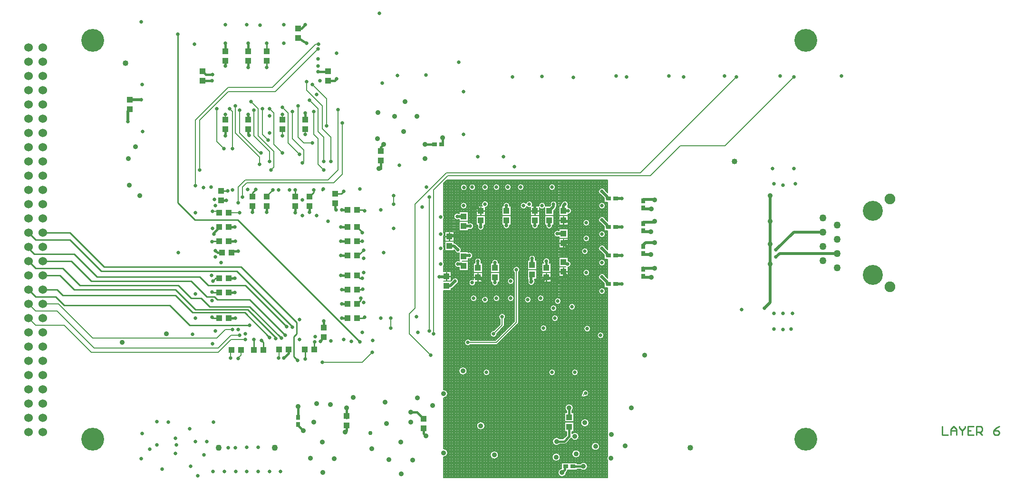
<source format=gbl>
%FSLAX24Y24*%
%MOIN*%
G70*
G01*
G75*
G04 Layer_Physical_Order=6*
G04 Layer_Color=16711680*
%ADD10R,0.0394X0.0433*%
%ADD11R,0.0433X0.0394*%
%ADD12R,0.1024X0.0945*%
%ADD13R,0.0945X0.1024*%
%ADD14C,0.0400*%
%ADD15R,0.0728X0.0118*%
%ADD16R,0.0709X0.0157*%
%ADD17R,0.0827X0.1614*%
%ADD18R,0.0787X0.0551*%
%ADD19O,0.0700X0.0300*%
%ADD20R,0.0700X0.0300*%
%ADD21R,0.0122X0.0709*%
%ADD22R,0.0709X0.0122*%
%ADD23O,0.0122X0.0709*%
%ADD24R,0.0157X0.0709*%
%ADD25R,0.0709X0.0157*%
%ADD26R,0.0118X0.0728*%
%ADD27R,0.0728X0.0118*%
%ADD28R,0.0630X0.0512*%
%ADD29R,0.0630X0.0709*%
%ADD30R,0.0709X0.0630*%
%ADD31R,0.1000X0.1400*%
%ADD32R,0.0300X0.0600*%
%ADD33R,0.1400X0.1000*%
%ADD34R,0.0600X0.0300*%
%ADD35R,0.0276X0.0354*%
%ADD36R,0.0354X0.0276*%
%ADD37R,0.0394X0.1083*%
%ADD38C,0.0100*%
%ADD39C,0.0200*%
%ADD40C,0.0080*%
%ADD41C,0.0160*%
%ADD42C,0.0120*%
%ADD43C,0.0600*%
%ADD44C,0.1400*%
%ADD45C,0.0750*%
%ADD46C,0.0500*%
%ADD47C,0.1600*%
%ADD48C,0.0433*%
%ADD49C,0.0350*%
%ADD50C,0.0250*%
%ADD51C,0.0300*%
D10*
X49000Y49135D02*
D03*
Y48465D02*
D03*
X51200Y44865D02*
D03*
Y45535D02*
D03*
X53800Y45065D02*
D03*
Y45735D02*
D03*
X55000Y49535D02*
D03*
Y48865D02*
D03*
X49000Y45665D02*
D03*
Y46335D02*
D03*
X54000Y49535D02*
D03*
Y48865D02*
D03*
X50200Y49535D02*
D03*
Y48865D02*
D03*
X48000Y47735D02*
D03*
Y47065D02*
D03*
X47800Y44935D02*
D03*
Y44265D02*
D03*
X50000Y44865D02*
D03*
Y45535D02*
D03*
X52000Y49535D02*
D03*
Y48865D02*
D03*
X54800Y44865D02*
D03*
Y45535D02*
D03*
X56000Y45265D02*
D03*
Y45935D02*
D03*
Y47265D02*
D03*
Y47935D02*
D03*
Y48865D02*
D03*
Y49535D02*
D03*
X34200Y49865D02*
D03*
Y50535D02*
D03*
X38200Y49865D02*
D03*
Y50535D02*
D03*
X39200Y41335D02*
D03*
Y40665D02*
D03*
X35200Y49865D02*
D03*
Y50535D02*
D03*
X37200Y49865D02*
D03*
Y50535D02*
D03*
X32000Y50265D02*
D03*
Y50935D02*
D03*
X40000Y50065D02*
D03*
Y50735D02*
D03*
X43200Y53065D02*
D03*
Y53735D02*
D03*
X40800Y35135D02*
D03*
Y34465D02*
D03*
X32300Y60065D02*
D03*
Y60735D02*
D03*
X33900Y60065D02*
D03*
Y60735D02*
D03*
X35200Y60065D02*
D03*
Y60735D02*
D03*
X37400Y62335D02*
D03*
Y61665D02*
D03*
X30700Y59335D02*
D03*
Y58665D02*
D03*
X39500Y59335D02*
D03*
Y58665D02*
D03*
X32300Y55935D02*
D03*
Y55265D02*
D03*
X33900Y55935D02*
D03*
Y55265D02*
D03*
X36300Y55935D02*
D03*
Y55265D02*
D03*
X37900Y55265D02*
D03*
Y55935D02*
D03*
X56400Y34383D02*
D03*
Y35052D02*
D03*
X46200Y34935D02*
D03*
Y34265D02*
D03*
X25600Y57352D02*
D03*
Y56683D02*
D03*
D11*
X32535Y48400D02*
D03*
X31865D02*
D03*
X40865D02*
D03*
X41535D02*
D03*
X40865Y44000D02*
D03*
X41535D02*
D03*
X40865Y47400D02*
D03*
X41535D02*
D03*
X32535Y49400D02*
D03*
X31865D02*
D03*
X32735Y46600D02*
D03*
X32065D02*
D03*
X32535Y44800D02*
D03*
X31865D02*
D03*
X36735Y39800D02*
D03*
X36065D02*
D03*
X38535D02*
D03*
X37865D02*
D03*
X40865Y42000D02*
D03*
X41535D02*
D03*
X40865Y43000D02*
D03*
X41535D02*
D03*
X32535Y47400D02*
D03*
X31865D02*
D03*
X32535Y43800D02*
D03*
X31865D02*
D03*
X40865Y49600D02*
D03*
X41535D02*
D03*
X33393Y39765D02*
D03*
X32724D02*
D03*
X40865Y46400D02*
D03*
X41535D02*
D03*
X34298Y39765D02*
D03*
X34968D02*
D03*
X41535Y45000D02*
D03*
X40865D02*
D03*
X31865Y42000D02*
D03*
X32535D02*
D03*
D14*
X64900Y32900D02*
D03*
X25300Y59900D02*
D03*
X68000Y53000D02*
D03*
D35*
X61600Y50256D02*
D03*
Y49744D02*
D03*
Y48656D02*
D03*
Y48144D02*
D03*
Y47056D02*
D03*
Y46544D02*
D03*
Y45456D02*
D03*
Y44944D02*
D03*
X37400Y34544D02*
D03*
Y35056D02*
D03*
D36*
X59656Y50400D02*
D03*
X59144D02*
D03*
X59656Y44400D02*
D03*
X59144D02*
D03*
X59656Y46400D02*
D03*
X59144D02*
D03*
X59656Y48400D02*
D03*
X59144D02*
D03*
X46944Y54200D02*
D03*
X47456D02*
D03*
X56656Y31600D02*
D03*
X56144D02*
D03*
D38*
X34200Y50535D02*
Y50800D01*
X34436Y51036D01*
X35200Y50600D02*
X35617Y51017D01*
X37200Y50535D02*
Y51000D01*
X38200Y50535D02*
X38500Y50835D01*
Y51000D01*
X40000Y50735D02*
X40435D01*
X40600Y50900D01*
X41535Y49600D02*
X42000D01*
X42061Y49539D01*
X41535Y48400D02*
X41900Y48035D01*
Y48000D02*
Y48035D01*
X41535Y47400D02*
X41900D01*
X41500Y46300D02*
X41983Y46783D01*
X41535Y45000D02*
X41735Y44800D01*
X41900D01*
X41535Y44000D02*
X41900D01*
X41927Y44027D01*
X41535Y43000D02*
X41800Y43265D01*
Y43400D01*
X41535Y42000D02*
X41983D01*
X42042Y42058D01*
X38964Y40364D02*
X39100Y40500D01*
Y40600D01*
X31342Y42058D02*
X31400Y42000D01*
X31865D01*
X31370Y43830D02*
X31400Y43800D01*
X31865D01*
X31417Y44617D02*
X31600Y44800D01*
X31865D01*
X31373Y47373D02*
X31400Y47400D01*
X32000D01*
Y50935D02*
X32465D01*
X35200Y60735D02*
Y61300D01*
Y59600D02*
Y60065D01*
X37100Y40700D02*
X37300Y40900D01*
Y41700D01*
X33400Y45600D02*
X37300Y41700D01*
X23800Y45600D02*
X33400D01*
X21400Y48000D02*
X23800Y45600D01*
X19600Y48000D02*
X21400D01*
X18500D02*
X19000Y47500D01*
X21400D01*
X23600Y45300D01*
X33100D02*
X36995Y41405D01*
Y41383D02*
Y41405D01*
X23600Y45300D02*
X33100D01*
X33700Y44300D02*
X36600Y41400D01*
X31100Y44300D02*
X33700D01*
X30500Y44900D02*
X31100Y44300D01*
X23300Y44900D02*
X30500D01*
X21700Y46500D02*
X23300Y44900D01*
X18900Y46500D02*
X21700D01*
X18500Y46900D02*
X18900Y46500D01*
X19500Y46000D02*
X21500D01*
X22900Y44600D01*
X29900D01*
X31000Y43500D01*
X31529D01*
X31729Y43300D01*
X34000D01*
X36500Y40800D01*
X34000Y42800D02*
X36208Y40592D01*
X31200Y42800D02*
X34000D01*
X30600Y43400D02*
X31200Y42800D01*
X29900Y43400D02*
X30600D01*
X29000Y44300D02*
X29900Y43400D01*
X22100Y44300D02*
X29000D01*
X20900Y45500D02*
X22100Y44300D01*
X19000Y45500D02*
X20900D01*
X18500Y46000D02*
X19000Y45500D01*
X19700Y45000D02*
X20700D01*
X21700Y44000D01*
X28800D01*
X30200Y42600D01*
X33657Y42400D02*
X35400Y40657D01*
X30000Y42400D02*
X33657D01*
X28800Y43600D02*
X30000Y42400D01*
X20900Y43600D02*
X28800D01*
X20500Y44000D02*
X20900Y43600D01*
X19500Y44000D02*
X20500D01*
X18500D02*
X19000Y43500D01*
X20400D01*
X21000Y42900D01*
X28400D01*
X29800Y41500D01*
X34000D01*
X34298Y39765D02*
Y40498D01*
X34300Y40500D01*
X34830Y40430D02*
X34968Y40292D01*
Y39765D02*
Y40292D01*
X33150Y48900D02*
X41720Y40330D01*
X30150Y48900D02*
X33150D01*
X28950Y50100D02*
X30150Y48900D01*
X28950Y50100D02*
Y61950D01*
X35814Y40586D02*
Y40636D01*
X33850Y42600D02*
X35814Y40636D01*
X30200Y42600D02*
X33850D01*
X37100Y39300D02*
X37350Y39050D01*
X37100Y39300D02*
Y40700D01*
X37900Y39150D02*
Y39700D01*
X38535Y39800D02*
Y40335D01*
X38550Y40350D01*
X47800Y44648D02*
Y44935D01*
X50000Y44579D02*
Y44865D01*
X47800Y44935D02*
Y45221D01*
Y44935D02*
X48067D01*
X48000Y47448D02*
Y47735D01*
X47733D02*
X48000D01*
X48267D01*
X48000D02*
Y48021D01*
X49733Y44865D02*
X50000D01*
X50267D01*
X50000D02*
Y45152D01*
X49933Y49535D02*
X50200D01*
Y49248D02*
Y49535D01*
Y49821D01*
Y49535D02*
X50467D01*
X54800Y44579D02*
Y44865D01*
X54533D02*
X54800D01*
X55067D01*
X54800D02*
Y45152D01*
X56000Y44979D02*
Y45265D01*
X55733D02*
X56000D01*
Y45552D01*
X55733Y47265D02*
X56000D01*
Y46979D02*
Y47265D01*
Y47552D01*
X55733Y48865D02*
X56000D01*
Y48579D02*
Y48865D01*
X54000Y49248D02*
Y49535D01*
X53733D02*
X54000D01*
Y49821D01*
Y49535D02*
X54267D01*
X56000Y48865D02*
Y49152D01*
Y45265D02*
X56267D01*
X56000Y47265D02*
X56267D01*
X56000Y48865D02*
X56267D01*
X82550Y34400D02*
Y33800D01*
X82950D01*
X83150D02*
Y34200D01*
X83350Y34400D01*
X83550Y34200D01*
Y33800D01*
Y34100D01*
X83150D01*
X83750Y34400D02*
Y34300D01*
X83950Y34100D01*
X84149Y34300D01*
Y34400D01*
X83950Y34100D02*
Y33800D01*
X84749Y34400D02*
X84349D01*
Y33800D01*
X84749D01*
X84349Y34100D02*
X84549D01*
X84949Y33800D02*
Y34400D01*
X85249D01*
X85349Y34300D01*
Y34100D01*
X85249Y34000D01*
X84949D01*
X85149D02*
X85349Y33800D01*
X86549Y34400D02*
X86349Y34300D01*
X86149Y34100D01*
Y33900D01*
X86249Y33800D01*
X86449D01*
X86549Y33900D01*
Y34000D01*
X86449Y34100D01*
X86149D01*
D39*
X70900Y46300D02*
X71150Y46550D01*
X61600Y45535D02*
X61635Y45500D01*
X62400D01*
X61600Y47135D02*
X61765Y47300D01*
X62400D01*
X61600Y48735D02*
X62335D01*
X62400Y48800D01*
X61600Y50335D02*
X62365D01*
X62400Y50300D01*
X61600Y49665D02*
X62165D01*
X61600Y48065D02*
X62135D01*
X61600Y46465D02*
X62135D01*
X61600Y44865D02*
X62165D01*
X59735Y50400D02*
X60100D01*
X59735Y48400D02*
X60100D01*
X59735Y46400D02*
X60100D01*
X59735Y44400D02*
X60100D01*
X58700Y46900D02*
X59065Y46535D01*
Y46400D02*
Y46535D01*
X58700Y44900D02*
X59065Y44535D01*
Y44400D02*
Y44535D01*
X58700Y48900D02*
X59065Y48535D01*
Y48400D02*
Y48535D01*
X58700Y50900D02*
X59065Y50535D01*
Y50400D02*
Y50535D01*
X49000Y51200D02*
X49013Y51187D01*
X49600Y49800D02*
X49935D01*
X50200Y49535D01*
X48543Y49143D02*
X48552Y49135D01*
X49000D01*
Y48465D02*
X49465D01*
X48000Y47735D02*
X48065Y47800D01*
X48600D01*
X48335Y47065D02*
X48600Y46800D01*
X48000Y47065D02*
X48335D01*
X49000Y46335D02*
Y46400D01*
X49400D01*
X48600Y45800D02*
X48865D01*
X49000Y45665D01*
X47400Y45800D02*
X47403Y45797D01*
X47300Y44900D02*
X47765D01*
X47800Y44935D01*
X47935Y44265D02*
X48065D01*
X48400Y44600D01*
X49600Y44500D02*
X49604Y44496D01*
X50135Y44865D02*
X50400Y44600D01*
X50000Y44865D02*
X50135D01*
X50000Y45535D02*
Y46000D01*
X51200Y44500D02*
Y44865D01*
Y45535D02*
Y45900D01*
X53738Y44538D02*
Y45003D01*
Y44538D02*
X53800Y44600D01*
X53738Y45003D02*
X53800Y45065D01*
Y45735D02*
Y46200D01*
X54300Y44600D02*
X54535D01*
X54800Y44865D01*
X55500Y44800D02*
X55706Y44594D01*
X55000Y44800D02*
X55500D01*
X56100Y45100D02*
Y45200D01*
Y45100D02*
X56387Y44813D01*
X56100Y45900D02*
X56200Y45800D01*
X56300D01*
Y46600D02*
Y46965D01*
X56000Y47265D02*
X56300Y46965D01*
X56000Y47265D02*
X56135Y47400D01*
X56400D01*
X55565Y47935D02*
X56000D01*
X56100Y48800D02*
X56400D01*
X56450Y48750D01*
X56000Y49535D02*
Y49900D01*
X56100Y50000D01*
X56000Y49535D02*
X56335D01*
X55000Y49535D02*
X55300Y49835D01*
Y50000D01*
X55000Y48500D02*
Y48865D01*
X54000Y48500D02*
Y48865D01*
Y49535D02*
Y49900D01*
X54131Y50031D01*
X52000Y49535D02*
Y49900D01*
Y48500D02*
Y48865D01*
X50200Y48400D02*
Y48865D01*
X72100Y48000D02*
X72150D01*
X70100Y42700D02*
X70500Y43100D01*
Y50600D01*
X72150Y48050D02*
X74200D01*
X70900Y46800D02*
X72150Y48050D01*
X71150Y46550D02*
X75200D01*
X25450Y55800D02*
Y56533D01*
X25600Y57352D02*
X26402D01*
D40*
X47600Y32265D02*
G03*
X47885Y32550I0J285D01*
G01*
G03*
X47600Y32835I-285J0D01*
G01*
Y36415D02*
G03*
X47885Y36700I0J285D01*
G01*
G03*
X47600Y36985I-285J0D01*
G01*
X49236Y38299D02*
G03*
X49236Y38299I-285J0D01*
G01*
X49481Y40450D02*
G03*
X49481Y40150I-181J-150D01*
G01*
X51435Y32400D02*
G03*
X51435Y32400I-285J0D01*
G01*
X50485Y34450D02*
G03*
X50485Y34450I-285J0D01*
G01*
X50835Y38200D02*
G03*
X50835Y38200I-235J0D01*
G01*
X51300Y40150D02*
G03*
X51406Y40194I0J150D01*
G01*
X51300Y40150D02*
G03*
X51406Y40194I0J150D01*
G01*
X48107Y44059D02*
G03*
X48214Y44117I-41J206D01*
G01*
X48107Y44059D02*
G03*
X48214Y44117I-41J206D01*
G01*
X48474Y44377D02*
G03*
X48635Y44600I-74J223D01*
G01*
G03*
X48177Y44674I-235J0D01*
G01*
X49935Y43400D02*
G03*
X49935Y43400I-235J0D01*
G01*
X49693Y44713D02*
G03*
X49839Y44496I-89J-217D01*
G01*
X50286Y43398D02*
G03*
X50286Y43202I114J-98D01*
G01*
X51122Y41134D02*
G03*
X51335Y40900I-22J-234D01*
G01*
X50286Y43202D02*
G03*
X50735Y43300I214J98D01*
G01*
G03*
X50286Y43398I-235J0D01*
G01*
X49839Y44496D02*
G03*
X49835Y44539I-235J0D01*
G01*
X50968D02*
G03*
X51435Y44500I232J-39D01*
G01*
G03*
X51432Y44539I-235J0D01*
G01*
X51935Y42100D02*
G03*
X51550Y41919I-235J0D01*
G01*
X51535Y43400D02*
G03*
X51535Y43400I-235J0D01*
G01*
X51806Y41394D02*
G03*
X51850Y41500I-106J106D01*
G01*
X51806Y41394D02*
G03*
X51850Y41500I-106J106D01*
G01*
Y41919D02*
G03*
X51935Y42100I-150J181D01*
G01*
X52535Y43400D02*
G03*
X52535Y43400I-235J0D01*
G01*
Y44600D02*
G03*
X52535Y44600I-235J0D01*
G01*
X47600Y45669D02*
G03*
X47638Y45797I-197J128D01*
G01*
G03*
X47600Y45925I-235J0D01*
G01*
Y46777D02*
G03*
X47635Y46900I-200J123D01*
G01*
G03*
X47600Y47023I-235J0D01*
G01*
Y47777D02*
G03*
X47635Y47900I-200J123D01*
G01*
G03*
X47600Y48023I-235J0D01*
G01*
X48951Y45992D02*
G03*
X48893Y46008I-85J-192D01*
G01*
X48693Y46016D02*
G03*
X48693Y45584I-93J-216D01*
G01*
X48951Y45992D02*
G03*
X48893Y46008I-85J-192D01*
G01*
X48377Y46726D02*
G03*
X48693Y46584I223J74D01*
G01*
X48790Y46661D02*
G03*
X48835Y46800I-190J139D01*
G01*
G03*
X48674Y47023I-235J0D01*
G01*
X48483Y47213D02*
G03*
X48335Y47275I-149J-148D01*
G01*
X48483Y47214D02*
G03*
X48335Y47275I-148J-148D01*
G01*
X49307Y46184D02*
G03*
X49635Y46400I93J216D01*
G01*
G03*
X49307Y46616I-235J0D01*
G01*
X47600Y48977D02*
G03*
X47635Y49100I-200J123D01*
G01*
G03*
X47600Y49223I-235J0D01*
G01*
X48664Y49345D02*
G03*
X48629Y48925I-121J-201D01*
G01*
X49235Y49900D02*
G03*
X49235Y49900I-235J0D01*
G01*
X49248Y51187D02*
G03*
X49248Y51187I-235J0D01*
G01*
X49360Y48255D02*
G03*
X49700Y48465I105J210D01*
G01*
G03*
X49360Y48675I-235J0D01*
G01*
X49839Y51196D02*
G03*
X49839Y51196I-235J0D01*
G01*
X50235Y46000D02*
G03*
X49790Y45895I-235J0D01*
G01*
X50210D02*
G03*
X50235Y46000I-210J105D01*
G01*
X49990Y48505D02*
G03*
X50435Y48400I210J-105D01*
G01*
X51435Y45900D02*
G03*
X50968Y45861I-235J0D01*
G01*
X51432D02*
G03*
X51435Y45900I-232J39D01*
G01*
X52935Y45400D02*
G03*
X52550Y45219I-235J0D01*
G01*
X50435Y48400D02*
G03*
X50410Y48505I-235J0D01*
G01*
X51768Y48539D02*
G03*
X52235Y48500I232J-39D01*
G01*
G03*
X52232Y48539I-235J0D01*
G01*
X50507Y49765D02*
G03*
X50735Y50000I-7J235D01*
G01*
G03*
X50310Y49861I-235J0D01*
G01*
X50735Y51200D02*
G03*
X50735Y51200I-235J0D01*
G01*
X52235Y49900D02*
G03*
X51768Y49861I-235J0D01*
G01*
X52232D02*
G03*
X52235Y49900I-232J39D01*
G01*
X51535Y51200D02*
G03*
X51535Y51200I-235J0D01*
G01*
X52335D02*
G03*
X52335Y51200I-235J0D01*
G01*
X53235D02*
G03*
X53235Y51200I-235J0D01*
G01*
X55857Y31442D02*
G03*
X56185Y31160I43J-282D01*
G01*
X55774Y32249D02*
G03*
X55774Y32249I-285J0D01*
G01*
X54835Y41300D02*
G03*
X54835Y41300I-235J0D01*
G01*
X55435Y38200D02*
G03*
X55435Y38200I-235J0D01*
G01*
X52806Y41594D02*
G03*
X52850Y41700I-106J106D01*
G01*
X52806Y41594D02*
G03*
X52850Y41700I-106J106D01*
G01*
X55724Y33541D02*
G03*
X55724Y33161I-212J-190D01*
G01*
X55635Y42000D02*
G03*
X55635Y42000I-235J0D01*
G01*
X56234Y31226D02*
G03*
X56290Y31352I-134J134D01*
G01*
X56234Y31225D02*
G03*
X56290Y31352I-134J135D01*
G01*
X56051Y33161D02*
G03*
X56186Y33217I0J190D01*
G01*
X56051Y33161D02*
G03*
X56186Y33217I0J190D01*
G01*
X56685Y35700D02*
G03*
X56210Y35488I-285J0D01*
G01*
X56590D02*
G03*
X56685Y35700I-190J212D01*
G01*
X53735Y43300D02*
G03*
X53735Y43300I-235J0D01*
G01*
X54635Y43400D02*
G03*
X54635Y43400I-235J0D01*
G01*
X53528Y44643D02*
G03*
X53961Y44466I210J-105D01*
G01*
G03*
X54010Y44600I-161J134D01*
G01*
G03*
X53958Y44739I-210J0D01*
G01*
X55535Y42700D02*
G03*
X55535Y42700I-235J0D01*
G01*
X56830Y42805D02*
G03*
X56830Y42805I-235J0D01*
G01*
X55835Y43200D02*
G03*
X55835Y43200I-235J0D01*
G01*
X57165Y32480D02*
G03*
X57165Y32480I-285J0D01*
G01*
X56544Y33576D02*
G03*
X57085Y33700I256J124D01*
G01*
G03*
X56590Y33893I-285J0D01*
G01*
X57188Y31410D02*
G03*
X57685Y31600I212J190D01*
G01*
G03*
X57188Y31790I-285J0D01*
G01*
X59100Y32335D02*
G03*
X59100Y32002I232J-166D01*
G01*
X58525Y33000D02*
G03*
X58525Y33000I-285J0D01*
G01*
X57785Y34660D02*
G03*
X57785Y34660I-285J0D01*
G01*
X57294Y36706D02*
G03*
X57506Y36494I106J-106D01*
G01*
X59100Y33927D02*
G03*
X59100Y33736I269J-96D01*
G01*
X57035Y38200D02*
G03*
X57035Y38200I-235J0D01*
G01*
X57518Y36506D02*
G03*
X57775Y36740I22J234D01*
G01*
G03*
X57306Y36718I-235J0D01*
G01*
X57900Y41265D02*
G03*
X57900Y41265I-235J0D01*
G01*
X58835Y40800D02*
G03*
X58835Y40800I-235J0D01*
G01*
X58935Y43900D02*
G03*
X58935Y43900I-235J0D01*
G01*
X58923Y44974D02*
G03*
X58626Y44677I-223J-74D01*
G01*
X52850Y45219D02*
G03*
X52935Y45400I-150J181D01*
G01*
X54035Y46200D02*
G03*
X53590Y46095I-235J0D01*
G01*
X54010D02*
G03*
X54035Y46200I-210J105D01*
G01*
X53768Y48539D02*
G03*
X54235Y48500I232J-39D01*
G01*
G03*
X54232Y48539I-235J0D01*
G01*
X55035Y46000D02*
G03*
X54610Y45862I-235J0D01*
G01*
X54990D02*
G03*
X55035Y46000I-190J138D01*
G01*
X55671Y48145D02*
G03*
X55671Y47725I-105J-210D01*
G01*
X54768Y48539D02*
G03*
X55235Y48500I232J-39D01*
G01*
G03*
X55232Y48539I-235J0D01*
G01*
X53373Y50059D02*
G03*
X53427Y49841I-173J-159D01*
G01*
G03*
X53693Y49784I173J159D01*
G01*
X53790Y49861D02*
G03*
X53835Y50000I-190J139D01*
G01*
X54307Y49766D02*
G03*
X54693Y49766I193J134D01*
G01*
X53835Y50000D02*
G03*
X53373Y50059I-235J0D01*
G01*
X54735Y49900D02*
G03*
X54268Y49861I-235J0D01*
G01*
X54732D02*
G03*
X54735Y49900I-232J39D01*
G01*
X55448Y49686D02*
G03*
X55510Y49835I-148J148D01*
G01*
X55448Y49686D02*
G03*
X55510Y49835I-148J149D01*
G01*
X55435Y51200D02*
G03*
X55435Y51200I-235J0D01*
G01*
X55510Y49895D02*
G03*
X55535Y50000I-210J105D01*
G01*
X55852Y50049D02*
G03*
X55790Y49900I148J-149D01*
G01*
X55852Y50048D02*
G03*
X55790Y49900I148J-148D01*
G01*
X55535Y50000D02*
G03*
X55082Y49913I-235J0D01*
G01*
X56307Y45565D02*
G03*
X56535Y45800I-7J235D01*
G01*
X56115Y45608D02*
G03*
X56172Y45592I85J192D01*
G01*
X56115Y45608D02*
G03*
X56172Y45592I85J192D01*
G01*
X56535Y45800D02*
G03*
X56307Y46035I-235J0D01*
G01*
X57835Y45200D02*
G03*
X57835Y45200I-235J0D01*
G01*
X57735Y46700D02*
G03*
X57735Y46700I-235J0D01*
G01*
X57835Y47600D02*
G03*
X57835Y47600I-235J0D01*
G01*
X58935Y45900D02*
G03*
X58935Y45900I-235J0D01*
G01*
X58923Y46974D02*
G03*
X58626Y46677I-223J-74D01*
G01*
X58935Y47900D02*
G03*
X58935Y47900I-235J0D01*
G01*
X57835Y48700D02*
G03*
X57835Y48700I-235J0D01*
G01*
X56307Y49301D02*
G03*
X56570Y49535I28J233D01*
G01*
G03*
X56307Y49768I-235J0D01*
G01*
X56290Y49861D02*
G03*
X56335Y50000I-190J139D01*
G01*
G03*
X55877Y50074I-235J0D01*
G01*
X58923Y48974D02*
G03*
X58626Y48677I-223J-74D01*
G01*
X58935Y49900D02*
G03*
X58935Y49900I-235J0D01*
G01*
X58923Y50974D02*
G03*
X58626Y50677I-223J-74D01*
G01*
X23000Y40600D02*
X31700D01*
X20600Y43000D02*
X23000Y40600D01*
X32300Y55935D02*
Y56300D01*
X36300Y54800D02*
Y55265D01*
X37900Y54900D02*
Y55265D01*
X36300Y55935D02*
Y56300D01*
X40500Y52100D02*
Y55700D01*
X33500Y50500D02*
Y51200D01*
X32535Y49400D02*
X33300D01*
X40175Y56625D02*
X40200Y56600D01*
X33200Y50100D02*
Y51200D01*
X35800Y57900D02*
X38800Y60900D01*
X32500Y57900D02*
X35800D01*
X30500Y52400D02*
Y55900D01*
X32500Y57900D01*
X31400Y49500D02*
X31765D01*
X31865Y49400D01*
X33200Y51200D02*
X33700Y51700D01*
X39500D01*
X40200Y52400D01*
Y56600D01*
X39900Y51500D02*
X40500Y52100D01*
X33800Y51500D02*
X39900D01*
X33500Y51200D02*
X33800Y51500D01*
X38631Y61231D02*
X38831D01*
X30200Y51300D02*
Y55900D01*
X32500Y58200D01*
X35600D01*
X38631Y61231D01*
X46600Y41100D02*
Y50500D01*
X41900Y38900D02*
X42600Y39600D01*
X39100Y38900D02*
X41900D01*
X52700Y41700D02*
Y45400D01*
X49300Y40300D02*
X51300D01*
X52700Y41700D01*
X31700Y54400D02*
X32200Y53900D01*
X31700Y54400D02*
Y56700D01*
X33000Y55000D02*
X34700Y53300D01*
X33300Y55000D02*
X34700Y53600D01*
X33300Y55000D02*
Y56600D01*
X34700Y53600D02*
X34800D01*
X34300Y54800D02*
X35400Y53700D01*
X35700Y52600D02*
Y53700D01*
X34600Y54800D02*
X35700Y53700D01*
X34900Y54900D02*
Y56700D01*
Y54900D02*
X35300Y54500D01*
X37800Y53000D02*
Y53800D01*
X37000Y54600D02*
X37800Y53800D01*
X37000Y54600D02*
Y56500D01*
X37700Y52900D02*
X37800Y53000D01*
X37400Y54700D02*
X37800Y54300D01*
X38500Y54900D02*
Y56500D01*
Y54900D02*
X38806Y54594D01*
Y52794D02*
Y54594D01*
Y52794D02*
X39200Y52400D01*
X38800Y55100D02*
Y56700D01*
X38200Y57300D02*
X38800Y56700D01*
Y55100D02*
X39200Y54700D01*
Y53000D02*
Y54700D01*
X39100Y55300D02*
X39700Y54700D01*
X39100Y55300D02*
Y56900D01*
X38000Y58000D02*
X39100Y56900D01*
X38000Y58000D02*
Y58600D01*
X39700Y53000D02*
Y54700D01*
X39400Y55500D02*
Y57400D01*
X38400Y58400D02*
X39400Y57400D01*
X32600Y56700D02*
X32800Y56500D01*
Y53900D02*
Y56500D01*
X34700Y52800D02*
Y53300D01*
X33000Y55000D02*
Y56900D01*
X35400Y53000D02*
Y53700D01*
X34300Y54800D02*
Y56600D01*
X34100Y57200D02*
X34600Y56700D01*
X35500Y52400D02*
X35700Y52600D01*
X34600Y54800D02*
Y56700D01*
X35700Y54200D02*
X36300Y53600D01*
X35400Y56700D02*
X35700Y56400D01*
Y54200D02*
Y56400D01*
X36300Y56800D02*
X36700Y56400D01*
Y54300D02*
X37500Y53500D01*
X36700Y54300D02*
Y56400D01*
X37800Y54300D02*
X38400D01*
X37400Y54700D02*
Y56900D01*
X50400Y43300D02*
X50500D01*
X36011Y39211D02*
X36065Y39265D01*
Y39800D01*
X43900Y41300D02*
Y42000D01*
X44100Y50000D02*
Y50600D01*
X70700Y51400D02*
X70749Y51449D01*
X72251D02*
X72300Y51400D01*
X70700Y41200D02*
X70749Y41249D01*
X71949D02*
X72000Y41300D01*
X48665Y59965D02*
X48700Y60000D01*
X54131Y50600D02*
X58703D01*
X45600Y42700D02*
Y50000D01*
X45200Y42300D02*
X45600Y42700D01*
X45200Y40900D02*
Y42300D01*
X64200Y54100D02*
X67331D01*
X45200Y40900D02*
X46700Y39400D01*
X47800Y52200D02*
X61400D01*
X45600Y50000D02*
X47800Y52200D01*
X61400D02*
X68135Y58935D01*
X46900Y51000D02*
X47900Y52000D01*
X62100D01*
X64200Y54100D01*
X51100Y40900D02*
X51700Y41500D01*
Y42100D01*
X67331Y54100D02*
X72165Y58935D01*
X46900Y40800D02*
Y51000D01*
X19500Y48000D02*
X19600D01*
X32650Y39200D02*
X32665Y39706D01*
X32724Y39765D01*
X33200Y39200D02*
X33393Y39393D01*
Y39765D01*
X21000Y41500D02*
X22900Y39600D01*
X19000Y41500D02*
X21000D01*
X18500Y42000D02*
X19000Y41500D01*
X18500Y43000D02*
X19000Y42500D01*
X20500D01*
X32700Y40800D02*
X33300D01*
X19500Y43000D02*
X20600D01*
X31800Y39600D02*
X32700Y40500D01*
X22900Y39600D02*
X31800D01*
X32700Y40500D02*
X33700D01*
X23100Y39900D02*
X31800D01*
X20500Y42500D02*
X23100Y39900D01*
X31800D02*
X32700Y40800D01*
X32300Y41200D02*
X32700D01*
X31700Y40600D02*
X32300Y41200D01*
X57400Y36600D02*
X57540Y36740D01*
X47600Y30800D02*
Y32265D01*
Y30800D02*
Y32265D01*
X47680Y30800D02*
Y32276D01*
X47760Y30800D02*
Y32314D01*
X47600Y32835D02*
Y36415D01*
X47840Y30800D02*
Y32396D01*
X47760Y32786D02*
Y36464D01*
X47840Y32704D02*
Y36546D01*
X47600Y32835D02*
Y36415D01*
X47680Y32824D02*
Y36426D01*
X48720Y30800D02*
Y38132D01*
X48800Y30800D02*
Y38057D01*
X48880Y30800D02*
Y38023D01*
X48960Y30800D02*
Y38014D01*
X47600Y32240D02*
X50914D01*
X47600Y32160D02*
X50996D01*
X47600Y34240D02*
X50007D01*
X47768Y32320D02*
X50876D01*
X47842Y32400D02*
X50865D01*
X47876Y32480D02*
X50876D01*
X47885Y32560D02*
X50914D01*
X47870Y32640D02*
X50996D01*
X47600Y34400D02*
X49919D01*
X47600Y34320D02*
X49946D01*
X47600Y34480D02*
X49917D01*
X47600Y34560D02*
X49937D01*
X49040Y30800D02*
Y38028D01*
X49120Y30800D02*
Y38069D01*
X49200Y30800D02*
Y38160D01*
X47600Y34640D02*
X49988D01*
X47600Y38160D02*
X48702D01*
X47600Y38080D02*
X48769D01*
X47600Y38240D02*
X48672D01*
X47600Y38320D02*
X48667D01*
X47600Y38400D02*
X48685D01*
X47600Y38480D02*
X48731D01*
X47600Y38560D02*
X48837D01*
X47600Y40160D02*
X49111D01*
X47600Y40240D02*
X49073D01*
X47600Y40320D02*
X49066D01*
X49120Y38528D02*
Y40149D01*
X49200Y38438D02*
Y40087D01*
X47600Y40400D02*
X49087D01*
X47600Y40480D02*
X49149D01*
X47600Y34720D02*
X50109D01*
X47600Y38000D02*
X50477D01*
X47600Y40080D02*
X49217D01*
X49200Y38160D02*
X50368D01*
X49134Y38080D02*
X50398D01*
X49230Y38240D02*
X50368D01*
X49218Y38400D02*
X50477D01*
X47600Y40560D02*
X51348D01*
X47600Y40640D02*
X51428D01*
X47600Y40800D02*
X50887D01*
X47600Y40720D02*
X50949D01*
X47600Y40880D02*
X50866D01*
X47600Y40960D02*
X50873D01*
X47600Y41040D02*
X50911D01*
X47600Y41120D02*
X51017D01*
X49920Y30800D02*
Y34397D01*
X50000Y30800D02*
Y34247D01*
X50080Y30800D02*
Y34191D01*
X50160Y30800D02*
Y34168D01*
X50240Y30800D02*
Y34168D01*
X50320Y30800D02*
Y34191D01*
X50400Y30800D02*
Y34247D01*
X50480Y30800D02*
Y34397D01*
X49280Y30800D02*
Y40066D01*
X49360Y30800D02*
Y40073D01*
X49440Y30800D02*
Y40111D01*
X49520Y30800D02*
Y40150D01*
X49600Y30800D02*
Y40150D01*
X49680Y30800D02*
Y40150D01*
X49760Y30800D02*
Y40150D01*
X49840Y30800D02*
Y40150D01*
X50880Y30800D02*
Y32309D01*
X50960Y30800D02*
Y32188D01*
X51040Y30800D02*
Y32137D01*
X51120Y30800D02*
Y32117D01*
X51200Y30800D02*
Y32119D01*
X51280Y30800D02*
Y32146D01*
X51360Y30800D02*
Y32207D01*
X50560Y30800D02*
Y37968D01*
X50640Y30800D02*
Y37968D01*
X50720Y30800D02*
Y37998D01*
X50800Y30800D02*
Y38077D01*
X50880Y32491D02*
Y40150D01*
X51440Y30800D02*
Y40228D01*
X50960Y32612D02*
Y40150D01*
X51040Y32663D02*
Y40150D01*
X51360Y32593D02*
Y40163D01*
X49920Y34503D02*
Y40150D01*
X50000Y34653D02*
Y40150D01*
X49235Y38320D02*
X50398D01*
X50400Y34653D02*
Y38077D01*
X50480Y34503D02*
Y37998D01*
X50080Y34709D02*
Y40150D01*
X50160Y34732D02*
Y40150D01*
X50240Y34732D02*
Y40150D01*
X50320Y34709D02*
Y40150D01*
X50400Y38323D02*
Y40150D01*
X50480Y38402D02*
Y40150D01*
X50720Y38402D02*
Y40150D01*
X50800Y38323D02*
Y40150D01*
X50560Y38432D02*
Y40150D01*
X50640Y38432D02*
Y40150D01*
X51120Y32683D02*
Y40150D01*
X49481Y40450D02*
X51238D01*
X49481Y40150D02*
X51300D01*
X51200Y32681D02*
Y40150D01*
X51280Y32654D02*
Y40150D01*
X50880Y40450D02*
Y40817D01*
X50960Y40450D02*
Y40711D01*
X51040Y40450D02*
Y40673D01*
X49451Y40480D02*
X51268D01*
X51120Y40450D02*
Y40666D01*
X51200Y40450D02*
Y40687D01*
X51280Y40492D02*
Y40749D01*
X51360Y40572D02*
Y40948D01*
X51440Y40652D02*
Y41028D01*
X47600Y36985D02*
Y43939D01*
X47760Y36936D02*
Y43939D01*
X47600Y36985D02*
Y43939D01*
X47680Y36974D02*
Y43939D01*
X47920Y30800D02*
Y43939D01*
X48000Y30800D02*
Y43939D01*
X47840Y36854D02*
Y43939D01*
X48080Y30800D02*
Y43939D01*
X48160Y30800D02*
Y44078D01*
X48240Y30800D02*
Y44143D01*
X48320Y30800D02*
Y44223D01*
X48400Y30800D02*
Y44303D01*
X48480Y30800D02*
Y44379D01*
X48560Y30800D02*
Y44428D01*
X48640Y30800D02*
Y45568D01*
X48720Y38465D02*
Y45339D01*
X47600Y41200D02*
X51188D01*
X47600Y41280D02*
X51268D01*
X47600Y41360D02*
X51348D01*
X47600Y41440D02*
X51428D01*
X49520Y40450D02*
Y43249D01*
X49600Y40450D02*
Y43187D01*
X47600Y43120D02*
X50349D01*
X47600Y42080D02*
X51466D01*
X48800Y38540D02*
Y45339D01*
X48880Y38575D02*
Y45339D01*
X48960Y38584D02*
Y45339D01*
X49040Y38570D02*
Y45339D01*
X49120Y40451D02*
Y45339D01*
X49440Y40489D02*
Y44328D01*
X49200Y40513D02*
Y45339D01*
X49280Y40534D02*
Y45339D01*
X49360Y40527D02*
Y46168D01*
X47600Y43939D02*
X48107D01*
Y44059D01*
X47600Y44592D02*
X48095D01*
X47600Y44608D02*
X48107D01*
X48214Y44117D02*
X48474Y44377D01*
X48602Y44480D02*
X49370D01*
X48095Y44592D02*
X48177Y44674D01*
X48107Y44640D02*
X48143D01*
X48107Y44720D02*
X48198D01*
X48107Y44608D02*
Y45261D01*
X48160Y44657D02*
Y46739D01*
X47600Y43280D02*
X49498D01*
X47600Y43200D02*
X49577D01*
X47600Y43360D02*
X49468D01*
X47600Y43440D02*
X49468D01*
X47600Y43520D02*
X49498D01*
X47600Y43600D02*
X49577D01*
X49600Y43613D02*
Y44261D01*
X48523Y44400D02*
X49389D01*
X48417Y44320D02*
X49448D01*
X48632Y44560D02*
X49378D01*
X48602Y44720D02*
X49533D01*
X49520Y43551D02*
Y44277D01*
X48632Y44640D02*
X49418D01*
X49440Y44664D02*
Y46168D01*
X49520Y44716D02*
Y46198D01*
X49680Y40450D02*
Y43166D01*
X49760Y40450D02*
Y43173D01*
X49840Y40450D02*
Y43211D01*
X49823Y43200D02*
X50287D01*
X50320Y40450D02*
Y43149D01*
X50400Y40450D02*
Y43087D01*
X50480Y40450D02*
Y43066D01*
X50560Y40450D02*
Y43073D01*
X49920Y40450D02*
Y43317D01*
X50000Y40450D02*
Y44539D01*
X49902Y43280D02*
X50251D01*
X49932Y43360D02*
X50263D01*
X50080Y40450D02*
Y44539D01*
X50160Y40450D02*
Y44539D01*
X50240Y40450D02*
Y44539D01*
X50640Y40450D02*
Y43111D01*
X50720Y40450D02*
Y43217D01*
X50713Y43200D02*
X51177D01*
X51200Y41212D02*
Y43187D01*
X51280Y41292D02*
Y43166D01*
X51360Y41372D02*
Y43173D01*
X51440Y41452D02*
Y43211D01*
X50734Y43280D02*
X51098D01*
X50727Y43360D02*
X51068D01*
X50800Y40450D02*
Y51700D01*
X50880Y40983D02*
Y51700D01*
X50960Y41089D02*
Y44539D01*
X51120Y41134D02*
Y43249D01*
X51040Y41127D02*
Y44328D01*
X49680Y43634D02*
Y44274D01*
X49840Y43589D02*
Y44539D01*
X49760Y43627D02*
Y44320D01*
X49920Y43483D02*
Y44539D01*
X49932Y43440D02*
X50311D01*
X49835Y44539D02*
X50307D01*
X49902Y43520D02*
X50417D01*
X50320Y43451D02*
Y48198D01*
X50400Y43513D02*
Y48277D01*
X50307Y44539D02*
Y45192D01*
X50640Y43489D02*
Y49811D01*
X50720Y43383D02*
Y49917D01*
X50480Y43534D02*
Y48539D01*
X50560Y43527D02*
Y49773D01*
X50689Y43440D02*
X51068D01*
X50583Y43520D02*
X51098D01*
X49760Y44320D02*
X51049D01*
X49823Y43600D02*
X51177D01*
X51120Y43551D02*
Y44279D01*
X51200Y43613D02*
Y44265D01*
X51280Y43634D02*
Y44279D01*
X51360Y43627D02*
Y44328D01*
X49838Y44480D02*
X50966D01*
X49818Y44400D02*
X50987D01*
X50307Y44560D02*
X50893D01*
X50307Y44640D02*
X50893D01*
X51440Y43589D02*
Y44539D01*
X50893D02*
Y45192D01*
Y44539D02*
X50968D01*
X47600Y30960D02*
X55697D01*
X47600Y30880D02*
X55847D01*
X47600Y31120D02*
X55618D01*
X47600Y31040D02*
X55641D01*
X47600Y31200D02*
X55618D01*
X47600Y31280D02*
X55641D01*
X47600Y32000D02*
X55350D01*
X47600Y31360D02*
X55697D01*
X47600Y32080D02*
X55259D01*
X47600Y33120D02*
X55345D01*
X47600Y33280D02*
X55235D01*
X47600Y33200D02*
X55270D01*
X47600Y33360D02*
X55226D01*
X47600Y33440D02*
X55240D01*
X47600Y33520D02*
X55282D01*
X47600Y33600D02*
X55372D01*
X47600Y31440D02*
X55847D01*
X47600Y30800D02*
X59100D01*
X47600Y31520D02*
X55857D01*
X47600Y31600D02*
X55857D01*
X47600Y31680D02*
X55857D01*
X47600Y31760D02*
X55857D01*
X47600Y31840D02*
X55857D01*
X47600Y31920D02*
X59100D01*
X47600Y32960D02*
X57958D01*
X47600Y32880D02*
X57982D01*
X47600Y33680D02*
X56111D01*
X47600Y33040D02*
X57958D01*
X47600Y33760D02*
X56191D01*
X47600Y33840D02*
X56210D01*
X47600Y33920D02*
X56210D01*
X47600Y34000D02*
X56210D01*
X47600Y34080D02*
X56093D01*
X47600Y34160D02*
X56093D01*
X47600Y34800D02*
X56093D01*
X47600Y34880D02*
X56093D01*
X47600Y34960D02*
X56093D01*
X47600Y35040D02*
X56093D01*
X47600Y35120D02*
X56093D01*
X47600Y35200D02*
X56093D01*
X47600Y35280D02*
X56093D01*
X47600Y35360D02*
X56093D01*
X47600Y35520D02*
X56179D01*
X47600Y35440D02*
X56210D01*
X47600Y35680D02*
X56116D01*
X47600Y35600D02*
X56133D01*
X47600Y35760D02*
X56121D01*
X47600Y35840D02*
X56152D01*
X47600Y35920D02*
X56219D01*
X47600Y36000D02*
X59100D01*
X47600Y36080D02*
X59100D01*
X47600Y36160D02*
X59100D01*
X47600Y36240D02*
X59100D01*
X47600Y36320D02*
X59100D01*
X47600Y36400D02*
X59100D01*
X47600Y37040D02*
X59100D01*
X47600Y37120D02*
X59100D01*
X47600Y37200D02*
X59100D01*
X47600Y37280D02*
X59100D01*
X47600Y37360D02*
X59100D01*
X47600Y37440D02*
X59100D01*
X47600Y37520D02*
X59100D01*
X47600Y37600D02*
X59100D01*
X47600Y37680D02*
X59100D01*
X47600Y37760D02*
X59100D01*
X51304Y32160D02*
X55218D01*
X50393Y34240D02*
X56093D01*
X50454Y34320D02*
X56093D01*
X50481Y34400D02*
X56093D01*
X51386Y32240D02*
X55204D01*
X51424Y32320D02*
X55213D01*
X51435Y32400D02*
X55247D01*
X51424Y32480D02*
X55322D01*
X51520Y30800D02*
Y40308D01*
X51600Y30800D02*
Y40388D01*
X50802Y38080D02*
X54998D01*
X50723Y38000D02*
X55077D01*
X51680Y30800D02*
Y40468D01*
X51760Y30800D02*
Y40548D01*
X51840Y30800D02*
Y40628D01*
X51920Y30800D02*
Y40708D01*
X47829Y32720D02*
X56726D01*
X47737Y32800D02*
X58037D01*
X50412Y34640D02*
X56093D01*
X50291Y34720D02*
X57221D01*
X51386Y32560D02*
X56606D01*
X51304Y32640D02*
X56644D01*
X50483Y34480D02*
X56093D01*
X50463Y34560D02*
X56093D01*
X47781Y36480D02*
X57310D01*
X47717Y36960D02*
X57457D01*
X47600Y37840D02*
X59100D01*
X47600Y37920D02*
X59100D01*
X47848Y36560D02*
X57255D01*
X47879Y36640D02*
X57255D01*
X47884Y36720D02*
X57306D01*
X47867Y36800D02*
X57313D01*
X47821Y36880D02*
X57351D01*
X49171Y38480D02*
X59100D01*
X49065Y38560D02*
X59100D01*
X47600Y38640D02*
X59100D01*
X47600Y38720D02*
X59100D01*
X50832Y38160D02*
X54968D01*
X50832Y38240D02*
X54968D01*
X50802Y38320D02*
X54998D01*
X50723Y38400D02*
X55077D01*
X47600Y38800D02*
X59100D01*
X47600Y38880D02*
X59100D01*
X47600Y38960D02*
X59100D01*
X47600Y39040D02*
X59100D01*
X47600Y39120D02*
X59100D01*
X47600Y39200D02*
X59100D01*
X51251Y40720D02*
X51508D01*
X51852Y40640D02*
X58428D01*
X47600Y39280D02*
X59100D01*
X47600Y39360D02*
X59100D01*
X47600Y39440D02*
X59100D01*
X47600Y39520D02*
X59100D01*
X47600Y39600D02*
X59100D01*
X47600Y39680D02*
X59100D01*
X47600Y39760D02*
X59100D01*
X47600Y39840D02*
X59100D01*
X47600Y39920D02*
X59100D01*
X47600Y40000D02*
X59100D01*
X49383Y40080D02*
X59100D01*
X51354Y40160D02*
X59100D01*
X51452Y40240D02*
X59100D01*
X51532Y40320D02*
X59100D01*
X51612Y40400D02*
X59100D01*
X51692Y40480D02*
X59100D01*
X51772Y40560D02*
X59100D01*
X47600Y41520D02*
X51508D01*
X47600Y41600D02*
X51550D01*
X47600Y41680D02*
X51550D01*
X47600Y41760D02*
X51550D01*
X51520Y40732D02*
Y41108D01*
X51313Y40800D02*
X51588D01*
X51122Y41134D02*
X51550Y41562D01*
X51600Y40812D02*
Y41188D01*
X47600Y41840D02*
X51550D01*
X47600Y41920D02*
X51549D01*
X47600Y42000D02*
X51487D01*
X47600Y42160D02*
X51473D01*
X51520Y41532D02*
Y41949D01*
X51550Y41562D02*
Y41919D01*
X47600Y42240D02*
X51511D01*
X51520Y42251D02*
Y43317D01*
X51334Y40880D02*
X51668D01*
X51372Y40960D02*
X51748D01*
X51452Y41040D02*
X51828D01*
X51532Y41120D02*
X51908D01*
X51680Y40892D02*
Y41268D01*
X51760Y40972D02*
Y41348D01*
X51612Y41200D02*
X51988D01*
X51692Y41280D02*
X52068D01*
X51238Y40450D02*
X52550Y41762D01*
X51406Y40194D02*
X52806Y41594D01*
X47600Y42320D02*
X51617D01*
X51334Y40922D02*
X51806Y41394D01*
X51772Y41360D02*
X52148D01*
X51600Y42313D02*
Y51700D01*
X51760Y42327D02*
Y48539D01*
X51680Y42334D02*
Y51700D01*
X47600Y42400D02*
X52550D01*
X47600Y42480D02*
X52550D01*
X51423Y43200D02*
X52177D01*
X51423Y43600D02*
X52177D01*
X51532Y43360D02*
X52068D01*
X51502Y43280D02*
X52098D01*
X51532Y43440D02*
X52068D01*
X51502Y43520D02*
X52098D01*
X51413Y44400D02*
X52177D01*
X51432Y44539D02*
X51507D01*
X51434Y44480D02*
X52098D01*
X51520Y43483D02*
Y51117D01*
X51507Y44539D02*
Y45192D01*
Y44560D02*
X52068D01*
X51507Y44640D02*
X52068D01*
X47600Y42560D02*
X52550D01*
X47600Y42640D02*
X52550D01*
X47600Y42720D02*
X52550D01*
X47600Y42800D02*
X52550D01*
X47600Y42880D02*
X52550D01*
X47600Y42960D02*
X52550D01*
X47600Y43040D02*
X52550D01*
X50651Y43120D02*
X52550D01*
X47600Y43680D02*
X52550D01*
X47600Y43760D02*
X52550D01*
X47600Y43840D02*
X52550D01*
X47600Y43920D02*
X52550D01*
X48107Y44000D02*
X52550D01*
X48164Y44080D02*
X52550D01*
X48257Y44160D02*
X52550D01*
X48337Y44240D02*
X52550D01*
X51351Y44320D02*
X52550D01*
X51840Y41052D02*
Y41446D01*
X52000Y30800D02*
Y40788D01*
X51837Y41440D02*
X52228D01*
X52080Y30800D02*
Y40868D01*
X52160Y30800D02*
Y40948D01*
X52240Y30800D02*
Y41028D01*
X52320Y30800D02*
Y41108D01*
X51920Y41132D02*
Y42017D01*
X51850Y41500D02*
Y41919D01*
Y41520D02*
X52308D01*
X52000Y41212D02*
Y48265D01*
X52080Y41292D02*
Y43317D01*
X52160Y41372D02*
Y43211D01*
X52240Y41452D02*
Y43173D01*
X51932Y40720D02*
X58379D01*
X52012Y40800D02*
X58365D01*
X52092Y40880D02*
X58379D01*
X52172Y40960D02*
X58428D01*
X52400Y30800D02*
Y41188D01*
X52252Y41040D02*
X57599D01*
X52412Y41200D02*
X54387D01*
X52332Y41120D02*
X54449D01*
X52480Y30800D02*
Y41268D01*
X52560Y30800D02*
Y41348D01*
X52492Y41280D02*
X54366D01*
X52572Y41360D02*
X54373D01*
X52640Y30800D02*
Y41428D01*
X52720Y30800D02*
Y41508D01*
X52800Y30800D02*
Y41588D01*
X52652Y41440D02*
X54411D01*
X52732Y41520D02*
X54517D01*
X51850Y41600D02*
X52388D01*
X51850Y41680D02*
X52468D01*
X51850Y41760D02*
X52548D01*
X52320Y41532D02*
Y43166D01*
X52400Y41612D02*
Y43187D01*
X52240Y43627D02*
Y44373D01*
X52480Y41692D02*
Y43249D01*
X51840Y42289D02*
Y48328D01*
X51920Y42183D02*
Y48279D01*
X52080Y43483D02*
Y44517D01*
Y44683D02*
Y48279D01*
X52160Y43589D02*
Y44411D01*
X52480Y43551D02*
Y44449D01*
X52320Y43634D02*
Y44366D01*
X52400Y43613D02*
Y44387D01*
X51850Y41840D02*
X52550D01*
X51851Y41920D02*
X52550D01*
X51889Y42240D02*
X52550D01*
X51783Y42320D02*
X52550D01*
X51913Y42000D02*
X52550D01*
X52812Y41600D02*
X59100D01*
X51934Y42080D02*
X52550D01*
X51927Y42160D02*
X52550D01*
X52423Y43200D02*
X52550D01*
X52423Y43600D02*
X52550D01*
Y41762D02*
Y45219D01*
X52502Y43280D02*
X52550D01*
X52502Y43520D02*
X52550D01*
X52423Y44400D02*
X52550D01*
X52502Y44480D02*
X52550D01*
X47600Y45261D02*
Y45669D01*
Y45261D02*
X48107D01*
X47600D02*
Y45669D01*
X47635Y45760D02*
X48368D01*
X47634Y45840D02*
X48368D01*
X47600Y45925D02*
Y46777D01*
Y45925D02*
Y46777D01*
Y46720D02*
X48379D01*
X47760Y45261D02*
Y46739D01*
X47840Y45261D02*
Y46739D01*
X47920Y45261D02*
Y46739D01*
X48000Y45261D02*
Y46739D01*
X47600Y45360D02*
X48693D01*
X47600Y45280D02*
X49693D01*
X47600Y45440D02*
X48693D01*
X47600Y45520D02*
X48693D01*
X47607Y45680D02*
X48398D01*
X47600Y45600D02*
X48477D01*
X47603Y45920D02*
X48398D01*
X47600Y46000D02*
X48477D01*
X47600Y46080D02*
X48693D01*
X47600Y46160D02*
X48693D01*
X47600Y46240D02*
X48693D01*
X47600Y46320D02*
X48693D01*
X47600Y46400D02*
X48693D01*
X47600Y46480D02*
X48693D01*
X47600Y46640D02*
X48428D01*
X47600Y46560D02*
X48693D01*
X47613Y46800D02*
X47693D01*
X47600Y47040D02*
X47693D01*
X47634Y46880D02*
X47693D01*
X47627Y46960D02*
X47693D01*
X47600Y47120D02*
X47693D01*
X47600Y47200D02*
X47693D01*
X47600Y47023D02*
Y47777D01*
Y47023D02*
Y47777D01*
Y47280D02*
X47693D01*
X47600Y47360D02*
X47693D01*
Y46739D02*
Y47392D01*
Y47408D02*
Y48061D01*
X47600Y47440D02*
X47693D01*
X47600Y47520D02*
X47693D01*
X47600Y47600D02*
X47693D01*
X47600Y47680D02*
X47693D01*
Y46739D02*
X48307D01*
X47693Y47392D02*
X48307D01*
X47600Y47760D02*
X47693D01*
Y47408D02*
X48307D01*
X47627Y47840D02*
X47693D01*
X47613Y48000D02*
X47693D01*
X47600Y48160D02*
X48693D01*
X47600Y48240D02*
X48693D01*
X47634Y47920D02*
X47693D01*
Y48061D02*
X48307D01*
X48107Y44800D02*
X48277D01*
X48560Y44772D02*
Y45568D01*
X48400Y44835D02*
Y45677D01*
X48480Y44821D02*
Y45598D01*
X48693Y45339D02*
Y45584D01*
Y45339D02*
X49307D01*
Y45992D01*
X48240Y44772D02*
Y46739D01*
X48320Y44821D02*
Y46783D01*
X48080Y45261D02*
Y46739D01*
X48400Y45923D02*
Y46677D01*
X49600Y44731D02*
Y46277D01*
X48480Y46002D02*
Y46598D01*
X48107Y44880D02*
X49693D01*
X48107Y44960D02*
X49693D01*
X48107Y45040D02*
X49693D01*
X48107Y45120D02*
X49693D01*
Y44713D02*
Y45192D01*
X48523Y44800D02*
X49693D01*
X49307Y45360D02*
X49693D01*
X49307Y45440D02*
X49693D01*
X49307Y45520D02*
X49693D01*
X49307Y45600D02*
X49693D01*
X49307Y45680D02*
X49693D01*
X49307Y45760D02*
X49693D01*
Y45208D02*
Y45861D01*
X49307Y45840D02*
X49693D01*
Y45861D02*
X49790D01*
Y45895D01*
X49307Y45920D02*
X49779D01*
X48560Y46032D02*
Y46568D01*
X48307Y46739D02*
Y46796D01*
X48377Y46726D01*
X48640Y46032D02*
Y46568D01*
X48693Y46016D02*
Y46584D01*
X48307Y47275D02*
Y47392D01*
Y47408D02*
Y48061D01*
X48483Y47213D02*
X48674Y47023D01*
X48800Y46923D02*
Y48139D01*
X48720Y47002D02*
Y48139D01*
X48893Y46008D02*
X49307D01*
X48929Y46000D02*
X49765D01*
X48951Y45992D02*
X49307D01*
Y46080D02*
X49779D01*
X49307Y46008D02*
Y46184D01*
Y46160D02*
X49828D01*
X48880Y46661D02*
Y48139D01*
X48790Y46661D02*
X49307D01*
X48960D02*
Y48139D01*
X48693D02*
X49307D01*
X49040Y46661D02*
Y48139D01*
X49307Y46616D02*
Y46661D01*
X49120D02*
Y48139D01*
X49200Y46661D02*
Y48139D01*
X49280Y46661D02*
Y48139D01*
X47600Y48023D02*
Y48977D01*
Y48023D02*
Y48977D01*
Y48960D02*
X48396D01*
X47627Y49040D02*
X48332D01*
X48400Y47265D02*
Y48957D01*
X47634Y49120D02*
X48309D01*
X47680Y45261D02*
Y51568D01*
X47760Y48061D02*
Y51648D01*
X47840Y48061D02*
Y51700D01*
X47920Y48061D02*
Y51700D01*
X48000Y48061D02*
Y51700D01*
X48080Y48061D02*
Y51700D01*
X48160Y48061D02*
Y51700D01*
X48240Y48061D02*
Y51700D01*
X47600Y48320D02*
X48693D01*
X47600Y48400D02*
X48693D01*
X47600Y48480D02*
X48693D01*
X47600Y48560D02*
X48693D01*
Y48139D02*
Y48792D01*
X47600Y48640D02*
X48693D01*
X47600Y48720D02*
X48693D01*
Y48792D02*
X49307D01*
X48480Y47217D02*
Y48917D01*
X47600Y48800D02*
X49893D01*
X47600Y48880D02*
X48693D01*
X48560Y47137D02*
Y48909D01*
X48640Y47057D02*
Y48925D01*
X48693Y48808D02*
Y48925D01*
Y48808D02*
X49307D01*
X48629Y48925D02*
X48693D01*
X47613Y49200D02*
X48315D01*
X47600Y49280D02*
X48352D01*
X47600Y49360D02*
X48452D01*
X47600Y49440D02*
X48693D01*
X47600Y49223D02*
Y51488D01*
X48693Y49345D02*
Y49461D01*
X48634Y49360D02*
X48693D01*
X47600Y49840D02*
X48773D01*
X47600Y49223D02*
Y51488D01*
X48320Y49217D02*
Y51700D01*
X47600Y51488D02*
X47812Y51700D01*
X48400Y49330D02*
Y51700D01*
X48480Y49370D02*
Y51700D01*
X48560Y49378D02*
Y51700D01*
X48640Y49357D02*
Y51700D01*
X48720Y49461D02*
Y51700D01*
X47600Y49520D02*
X49893D01*
X47600Y49600D02*
X49893D01*
X47600Y49760D02*
X48811D01*
X47600Y49680D02*
X48917D01*
X48800Y49461D02*
Y49777D01*
X48693Y49461D02*
X49307D01*
X47600Y49920D02*
X48766D01*
X47600Y50000D02*
X48787D01*
X47600Y50080D02*
X48849D01*
X47600Y50960D02*
X48951D01*
X47600Y51120D02*
X48788D01*
X47600Y51040D02*
X48830D01*
X47600Y51200D02*
X48779D01*
X47600Y51280D02*
X48798D01*
X47600Y51360D02*
X48855D01*
X49307Y48139D02*
Y48255D01*
X49360Y46632D02*
Y48255D01*
X49307Y48255D02*
X49360D01*
X49307Y48240D02*
X49399D01*
X49600Y46523D02*
Y48273D01*
X49680Y44718D02*
Y48370D01*
X49440Y46632D02*
Y48232D01*
X49520Y46602D02*
Y48237D01*
X49307Y48675D02*
X49360D01*
X49307D02*
Y48792D01*
Y48808D02*
Y49461D01*
X49360Y48675D02*
Y51700D01*
X49600Y48658D02*
Y50961D01*
X49440Y48699D02*
Y51028D01*
X49520Y48694D02*
Y50977D01*
X49307Y48720D02*
X49893D01*
X49307Y48880D02*
X49893D01*
X49307Y48960D02*
X49893D01*
X49307Y49040D02*
X49893D01*
X49920Y46221D02*
Y48539D01*
X49680Y48560D02*
X49893D01*
X49623Y48640D02*
X49893D01*
X49307Y49120D02*
X49893D01*
X49307Y49280D02*
X49893D01*
X49307Y49360D02*
X49893D01*
X49307Y49440D02*
X49893D01*
X49760Y45861D02*
Y51020D01*
X49840Y46172D02*
Y51700D01*
X49680Y48561D02*
Y50974D01*
X49893Y48539D02*
Y49192D01*
Y49208D02*
Y49861D01*
X48880Y49461D02*
Y49698D01*
X48960Y49461D02*
Y49668D01*
Y50132D02*
Y50958D01*
X49040Y49461D02*
Y49668D01*
X49120Y49461D02*
Y49698D01*
X49200Y49461D02*
Y49777D01*
X49040Y50132D02*
Y50953D01*
X49120Y50102D02*
Y50977D01*
X48800Y50023D02*
Y51088D01*
X48880Y50102D02*
Y50993D01*
X48800Y51285D02*
Y51700D01*
X48880Y51380D02*
Y51700D01*
X48960Y51415D02*
Y51700D01*
X49200Y50023D02*
Y51044D01*
X49040Y51420D02*
Y51700D01*
X49120Y51396D02*
Y51700D01*
X49083Y49680D02*
X49893D01*
X49189Y49760D02*
X49893D01*
X49197Y51040D02*
X49428D01*
X49172Y51360D02*
X49436D01*
X49239Y51120D02*
X49382D01*
X49227Y49840D02*
X49893D01*
X49248Y51200D02*
X49369D01*
X49229Y51280D02*
X49384D01*
X49280Y49461D02*
Y51700D01*
X49200Y51329D02*
Y51700D01*
X49440Y51364D02*
Y51700D01*
X49760Y51372D02*
Y51700D01*
X49920Y49861D02*
Y51700D01*
X49520Y51416D02*
Y51700D01*
X49600Y51431D02*
Y51700D01*
X49680Y51418D02*
Y51700D01*
X49693Y45192D02*
X50307D01*
X49693Y45208D02*
X50307D01*
Y44720D02*
X50893D01*
X50307Y44800D02*
X50893D01*
X50307Y45208D02*
Y45861D01*
X50160Y46172D02*
Y48168D01*
X50000Y46235D02*
Y48277D01*
X50080Y46221D02*
Y48198D01*
X50210Y45861D02*
Y45895D01*
Y45861D02*
X50307D01*
X50240D02*
Y48168D01*
X50307Y44880D02*
X50893D01*
X50307Y44960D02*
X50893D01*
X50307Y45040D02*
X50893D01*
X48107Y45200D02*
X52550D01*
X50307Y45120D02*
X50893D01*
X50307Y45280D02*
X50893D01*
X50307Y45360D02*
X50893D01*
X50307Y45440D02*
X50893D01*
X50221Y45920D02*
X50966D01*
X50235Y46000D02*
X50987D01*
X50172Y46160D02*
X53568D01*
X49572Y46240D02*
X53568D01*
X50307Y45520D02*
X50893D01*
X50307Y45600D02*
X50893D01*
X50307Y45680D02*
X50893D01*
X50307Y45760D02*
X50893D01*
X50221Y46080D02*
X51049D01*
X48307Y47840D02*
X55350D01*
X48307Y47760D02*
X55408D01*
X48307Y47920D02*
X55331D01*
X47600Y48080D02*
X55381D01*
X49621Y46320D02*
X53598D01*
X49635Y46400D02*
X53677D01*
X49532Y48240D02*
X50028D01*
X48307Y48000D02*
X55340D01*
X49650Y48320D02*
X49979D01*
X49691Y48400D02*
X49965D01*
X49700Y48480D02*
X49979D01*
X49893Y48539D02*
X49990D01*
Y48505D02*
Y48539D01*
X49893Y49192D02*
X50507D01*
X49893Y49208D02*
X50507D01*
X48821Y46720D02*
X57266D01*
X48821Y46880D02*
X57349D01*
X48772Y46960D02*
X55693D01*
X48657Y47040D02*
X55693D01*
X49572Y46560D02*
X57311D01*
X49621Y46480D02*
X57417D01*
X49307Y46640D02*
X57273D01*
X48835Y46800D02*
X57287D01*
X48307Y47280D02*
X55693D01*
X48307Y47360D02*
X55693D01*
X48307Y47440D02*
X55693D01*
X48307Y47520D02*
X55693D01*
X48577Y47120D02*
X55693D01*
X48497Y47200D02*
X55693D01*
X49307Y48160D02*
X55499D01*
X48307Y47600D02*
X57365D01*
X48307Y47680D02*
X55693D01*
X50893Y45192D02*
X51507D01*
Y44720D02*
X52098D01*
X50893Y45208D02*
Y45861D01*
Y45208D02*
X51507D01*
Y44800D02*
X52177D01*
X52480Y44751D02*
Y45317D01*
X51507Y45360D02*
X52468D01*
X51507Y45440D02*
X52468D01*
X50307Y45840D02*
X50893D01*
Y45861D02*
X50968D01*
X51432D02*
X51507D01*
X52160Y44789D02*
Y48328D01*
X52240Y44827D02*
Y48539D01*
X51507Y45208D02*
Y45861D01*
Y44880D02*
X52550D01*
X51507Y44960D02*
X52550D01*
X51507Y45040D02*
X52550D01*
X51507Y45120D02*
X52550D01*
X52502Y44720D02*
X52550D01*
X52423Y44800D02*
X52550D01*
X51507Y45280D02*
X52498D01*
X51507Y45520D02*
X52498D01*
X51434Y45920D02*
X53493D01*
X51413Y46000D02*
X53493D01*
X51351Y46080D02*
X53590D01*
X50372Y48240D02*
X55693D01*
X51507Y45600D02*
X52577D01*
X51507Y45680D02*
X53493D01*
X51507Y45760D02*
X53493D01*
X51507Y45840D02*
X53493D01*
X50435Y48400D02*
X51787D01*
X50410Y48505D02*
Y48539D01*
X50421Y48480D02*
X51766D01*
X50410Y48539D02*
X50507D01*
Y48560D02*
X51693D01*
X50507Y48640D02*
X51693D01*
Y48539D02*
X51768D01*
X50507Y48720D02*
X51693D01*
X50507Y48800D02*
X51693D01*
X50507Y48880D02*
X51693D01*
X50507Y48960D02*
X51693D01*
X50507Y48539D02*
Y49192D01*
X51693Y48539D02*
Y49192D01*
X50507Y49040D02*
X51693D01*
X50507Y49120D02*
X51693D01*
X50421Y48320D02*
X51849D01*
X52213Y48400D02*
X53787D01*
X52151Y48320D02*
X53849D01*
X52234Y48480D02*
X53766D01*
X52232Y48539D02*
X52307D01*
Y48560D02*
X53693D01*
X52307Y48640D02*
X53693D01*
X52307Y48720D02*
X53693D01*
X51693Y49192D02*
X52307D01*
Y48800D02*
X53693D01*
X52307Y48539D02*
Y49192D01*
Y48880D02*
X53693D01*
X52307Y48960D02*
X53693D01*
X52307Y49040D02*
X53693D01*
X52307Y49120D02*
X53693D01*
X49893Y49861D02*
X50310D01*
X49234Y49920D02*
X50279D01*
X49213Y50000D02*
X50265D01*
X50507Y49208D02*
Y49765D01*
X50000Y49861D02*
Y51700D01*
X50080Y49861D02*
Y51700D01*
X49151Y50080D02*
X50279D01*
X47600Y50160D02*
X50328D01*
X50160Y49861D02*
Y51700D01*
X50240Y49861D02*
Y51700D01*
X50320Y50151D02*
Y51049D01*
X50640Y50189D02*
Y51011D01*
X50507Y49280D02*
X51693D01*
X49307Y49200D02*
X59100D01*
X50507Y49360D02*
X51693D01*
X50507Y49440D02*
X51693D01*
X50507Y49520D02*
X51693D01*
X50507Y49600D02*
X51693D01*
X50507Y49680D02*
X51693D01*
X50507Y49760D02*
X51693D01*
X50672Y49840D02*
X51693D01*
X47600Y50240D02*
X58857D01*
X50721Y49920D02*
X51766D01*
X50735Y50000D02*
X51787D01*
X50720Y50083D02*
Y51117D01*
X50721Y50080D02*
X51849D01*
X50672Y50160D02*
X53428D01*
X49826Y51120D02*
X50279D01*
X49780Y51040D02*
X50328D01*
X49839Y51200D02*
X50265D01*
X49823Y51280D02*
X50279D01*
X50400Y50213D02*
Y50987D01*
X50480Y50234D02*
Y50966D01*
X50560Y50227D02*
Y50973D01*
X50721Y51120D02*
X51079D01*
X50320Y51351D02*
Y51700D01*
X49772Y51360D02*
X50328D01*
X50400Y51413D02*
Y51700D01*
X50640Y51389D02*
Y51700D01*
X50720Y51283D02*
Y51700D01*
X50480Y51434D02*
Y51700D01*
X50560Y51427D02*
Y51700D01*
X47600Y50320D02*
X58857D01*
X47600Y50400D02*
X58855D01*
X47600Y50560D02*
X58743D01*
X47600Y50480D02*
X58823D01*
X47600Y50720D02*
X58549D01*
X47600Y50640D02*
X58663D01*
X47600Y50880D02*
X58466D01*
X47600Y50800D02*
X58487D01*
X47600Y51440D02*
X59100D01*
X47632Y51520D02*
X59100D01*
X47712Y51600D02*
X59100D01*
X47792Y51680D02*
X59100D01*
X50672Y51040D02*
X51128D01*
X49076Y50960D02*
X58473D01*
X50721Y51280D02*
X51079D01*
X50672Y51360D02*
X51128D01*
X47812Y51700D02*
X59100D01*
X51280Y46121D02*
Y50966D01*
X51360Y46072D02*
Y50973D01*
X51693Y49208D02*
Y49861D01*
Y49208D02*
X52307D01*
X51693Y49861D02*
X51768D01*
X52307Y49208D02*
Y49861D01*
X50960Y45861D02*
Y51700D01*
X51040Y46072D02*
Y51700D01*
X51120Y46121D02*
Y51049D01*
X51200Y46135D02*
Y50987D01*
X51440Y45861D02*
Y51011D01*
X52320Y44834D02*
Y51117D01*
X51760Y49861D02*
Y51700D01*
X52240Y49861D02*
Y51011D01*
X52307Y49280D02*
X53693D01*
X52307Y49360D02*
X53693D01*
X52232Y49861D02*
X52307D01*
Y49440D02*
X53693D01*
X52307Y49520D02*
X53693D01*
X52307Y49600D02*
X53693D01*
X52307Y49760D02*
X53011D01*
X52307Y49680D02*
X53117D01*
X52400Y44813D02*
Y51700D01*
X52307Y49840D02*
X52973D01*
X52234Y49920D02*
X52966D01*
X52213Y50000D02*
X52987D01*
X52480Y45483D02*
Y51700D01*
X52560Y45589D02*
Y51700D01*
X52640Y45627D02*
Y51700D01*
X52800Y45613D02*
Y51077D01*
X52720Y45634D02*
Y51700D01*
X51472Y51040D02*
X51928D01*
X50735Y51200D02*
X51065D01*
X51472Y51360D02*
X51928D01*
X51521Y51120D02*
X51879D01*
X51920Y50121D02*
Y51049D01*
X51535Y51200D02*
X51865D01*
X51521Y51280D02*
X51879D01*
X51120Y51351D02*
Y51700D01*
X51200Y51413D02*
Y51700D01*
X51280Y51434D02*
Y51700D01*
X51360Y51427D02*
Y51700D01*
X51520Y51283D02*
Y51700D01*
X51840Y50072D02*
Y51700D01*
X51440Y51389D02*
Y51700D01*
X51920Y51351D02*
Y51700D01*
X52160Y50072D02*
Y50973D01*
X52151Y50080D02*
X53049D01*
X52000Y50135D02*
Y50987D01*
X52080Y50121D02*
Y50966D01*
X52321Y51120D02*
X52779D01*
X52272Y51040D02*
X52828D01*
X52335Y51200D02*
X52765D01*
X52321Y51280D02*
X52779D01*
X52000Y51413D02*
Y51700D01*
X52080Y51434D02*
Y51700D01*
X52160Y51427D02*
Y51700D01*
X52320Y51283D02*
Y51700D01*
X52240Y51389D02*
Y51700D01*
X52272Y51360D02*
X52828D01*
X52800Y51323D02*
Y51700D01*
X55200Y30800D02*
Y37965D01*
X55280Y30800D02*
Y32055D01*
Y32443D02*
Y33185D01*
X55360Y30800D02*
Y31995D01*
X55440Y30800D02*
Y31968D01*
X55520Y30800D02*
Y31966D01*
X55600Y30800D02*
Y31986D01*
X55680Y30800D02*
Y30979D01*
X54400Y30800D02*
Y41177D01*
X54480Y30800D02*
Y41098D01*
X54560Y30800D02*
Y41068D01*
X54640Y30800D02*
Y41068D01*
X54720Y30800D02*
Y41098D01*
X54800Y30800D02*
Y41177D01*
X55040Y30800D02*
Y38028D01*
X55120Y30800D02*
Y37979D01*
X55760Y30800D02*
Y30912D01*
X55680Y31341D02*
Y32037D01*
X55760Y31408D02*
Y32161D01*
X55840Y30800D02*
Y30881D01*
X55920Y30800D02*
Y30876D01*
X55857Y31442D02*
Y31848D01*
X56369D01*
X55730Y32400D02*
X56606D01*
X55680Y32460D02*
Y33122D01*
X55655Y32480D02*
X56595D01*
X55840Y31439D02*
Y33161D01*
X55774Y32240D02*
X56726D01*
X55760Y32336D02*
Y33161D01*
X55765Y32320D02*
X56644D01*
X55280Y33518D02*
Y37979D01*
X55360Y32503D02*
Y33110D01*
Y33593D02*
Y38028D01*
Y38372D02*
Y41768D01*
X52850Y41920D02*
X55179D01*
X52850Y41840D02*
X55228D01*
X52850Y42000D02*
X55165D01*
X52850Y42080D02*
X55179D01*
X55200Y38435D02*
Y41877D01*
X55280Y38421D02*
Y41798D01*
X55200Y42123D02*
Y42487D01*
X52850Y42160D02*
X55228D01*
X55440Y32530D02*
Y33075D01*
X55520Y32532D02*
Y33066D01*
X55323Y38000D02*
X56677D01*
X55600Y32511D02*
Y33080D01*
X55724Y33161D02*
X56051D01*
X55724Y33541D02*
X55972D01*
X55650Y33600D02*
X56031D01*
X55402Y38080D02*
X56598D01*
X55402Y38320D02*
X56598D01*
X55323Y38400D02*
X56677D01*
X55440Y33627D02*
Y41768D01*
X55600Y33622D02*
Y41877D01*
X55520Y33636D02*
Y41798D01*
X55432Y38160D02*
X56568D01*
X55432Y38240D02*
X56568D01*
X56000Y30800D02*
Y30893D01*
X56080Y30800D02*
Y30939D01*
X56160Y30800D02*
Y31043D01*
X56185Y31176D02*
X56234Y31225D01*
X56240Y30800D02*
Y31232D01*
X56320Y30800D02*
Y31352D01*
X55920Y31848D02*
Y33161D01*
X56000Y31848D02*
Y33161D01*
X56080Y31848D02*
Y33163D01*
X56160Y31848D02*
Y33195D01*
X56290Y31352D02*
X56369D01*
X56400Y30800D02*
Y31352D01*
X56240Y31848D02*
Y33271D01*
X56320Y31848D02*
Y33351D01*
X56480Y30800D02*
Y31352D01*
X56560Y30800D02*
Y31352D01*
X56369D02*
X56431D01*
X56369D02*
X56431D01*
X56640Y30800D02*
Y31352D01*
X56720Y30800D02*
Y31352D01*
X56800Y30800D02*
Y31352D01*
X56880Y30800D02*
Y31352D01*
X56369Y31848D02*
X56431D01*
X56369D02*
X56431D01*
X56400D02*
Y33431D01*
X56480Y31848D02*
Y33511D01*
X56560Y31848D02*
Y33546D01*
X56640Y31848D02*
Y32326D01*
X56720Y31848D02*
Y32244D01*
X56880Y31848D02*
Y32195D01*
X56800Y31848D02*
Y32206D01*
X56160Y33729D02*
Y34056D01*
X55972Y33541D02*
X56210Y33779D01*
X56186Y33217D02*
X56534Y33565D01*
X56640Y32634D02*
Y33464D01*
X56210Y33779D02*
Y34056D01*
X56489Y33520D02*
X56579D01*
X56093Y34056D02*
Y34709D01*
Y34056D02*
X56210D01*
X56093Y34726D02*
Y35379D01*
X56210D01*
X56160D02*
Y35546D01*
X56590Y33893D02*
Y34056D01*
X56210Y35379D02*
Y35488D01*
X56590Y35379D02*
Y35488D01*
X56640Y33936D02*
Y34056D01*
X56409Y33440D02*
X56683D01*
X56590Y34056D02*
X56707D01*
X56093Y34726D02*
X56707D01*
X56720Y32716D02*
Y33426D01*
X56800Y32754D02*
Y33415D01*
X56707Y34056D02*
Y34709D01*
X56880Y32765D02*
Y33426D01*
X56093Y34709D02*
X56707D01*
X56590Y35379D02*
X56707D01*
X56720Y33974D02*
Y37979D01*
X56800Y33985D02*
Y37965D01*
X56640Y35379D02*
Y35546D01*
X56707Y34726D02*
Y35379D01*
X56640Y35854D02*
Y38028D01*
X53280Y30800D02*
Y43217D01*
X53360Y30800D02*
Y43111D01*
X52850Y43200D02*
X53287D01*
X52850Y43120D02*
X53349D01*
X53440Y30800D02*
Y43073D01*
X53520Y30800D02*
Y43066D01*
X53600Y30800D02*
Y43087D01*
X53680Y30800D02*
Y43149D01*
X52880Y30800D02*
Y45249D01*
X52960Y30800D02*
Y50968D01*
X52850Y41700D02*
Y45219D01*
X53040Y30800D02*
Y49728D01*
X53120Y30800D02*
Y49679D01*
X53200Y30800D02*
Y49665D01*
X53760Y30800D02*
Y44304D01*
X52850Y42560D02*
X55111D01*
X52850Y42480D02*
X55217D01*
X52850Y42640D02*
X55073D01*
X52850Y42720D02*
X55066D01*
X52850Y42800D02*
X55087D01*
X52850Y42880D02*
X55149D01*
X52850Y43040D02*
X55428D01*
X52850Y42960D02*
X56418D01*
X53840Y30800D02*
Y44326D01*
X53920Y30800D02*
Y44389D01*
X53713Y43200D02*
X54277D01*
X53651Y43120D02*
X55379D01*
X54000Y30800D02*
Y44536D01*
X54080Y30800D02*
Y44739D01*
X54160Y30800D02*
Y48328D01*
X54240Y30800D02*
Y43228D01*
X52850Y43280D02*
X53266D01*
X52850Y43360D02*
X53273D01*
X52850Y43440D02*
X53311D01*
X52850Y43520D02*
X53417D01*
X53520Y43534D02*
Y44450D01*
X52850Y44480D02*
X53510D01*
X52850Y44560D02*
X53504D01*
X52850Y44640D02*
X53526D01*
X53280Y43383D02*
Y49679D01*
X53360Y43489D02*
Y49728D01*
X53440Y43527D02*
Y49828D01*
X52850Y44720D02*
X53528D01*
X53520Y44626D02*
Y44739D01*
X53528Y44643D02*
Y44739D01*
X53493D02*
Y45392D01*
Y44739D02*
X53528D01*
X53600Y43513D02*
Y44347D01*
X53583Y43520D02*
X54198D01*
X52850Y44320D02*
X53650D01*
X52850Y43600D02*
X54277D01*
X53727Y43360D02*
X54168D01*
X53734Y43280D02*
X54198D01*
X53680Y43451D02*
Y44310D01*
X53689Y43440D02*
X54168D01*
X52850Y44400D02*
X53547D01*
X53972Y44720D02*
X54493D01*
X54240Y43572D02*
Y48539D01*
X54006Y44560D02*
X54493D01*
X54006Y44640D02*
X54493D01*
X54000Y44664D02*
Y44739D01*
X54320Y30800D02*
Y43179D01*
X55120Y38421D02*
Y42549D01*
X54400Y41423D02*
Y43165D01*
X55280Y42202D02*
Y42466D01*
X55520Y42202D02*
Y42617D01*
X55360Y42232D02*
Y42473D01*
X55440Y42232D02*
Y42511D01*
X54480Y41502D02*
Y43179D01*
X54720Y41502D02*
Y44539D01*
X54560Y41532D02*
Y43228D01*
X54640Y41532D02*
Y44539D01*
X54880Y30800D02*
Y44539D01*
X54960Y30800D02*
Y44539D01*
X54800Y41423D02*
Y44539D01*
X55040Y38372D02*
Y44539D01*
X55680Y33581D02*
Y42979D01*
X56400Y35985D02*
Y42674D01*
X55600Y42123D02*
Y42965D01*
X56480Y35974D02*
Y42600D01*
X56560Y35936D02*
Y42573D01*
X56640Y38372D02*
Y42575D01*
X56720Y38421D02*
Y42606D01*
X56800Y38435D02*
Y42690D01*
X55760Y33541D02*
Y43028D01*
X55840Y33541D02*
Y44939D01*
X55920Y33541D02*
Y44939D01*
X56000Y33569D02*
Y44939D01*
X56080Y33649D02*
Y44939D01*
X56160Y35854D02*
Y44939D01*
X56240Y35936D02*
Y44939D01*
X56320Y35974D02*
Y45566D01*
X54560Y43572D02*
Y44539D01*
X54523Y43200D02*
X55365D01*
X54493Y44539D02*
Y45192D01*
Y44539D02*
X55107D01*
X54602Y43280D02*
X55379D01*
X55440Y42889D02*
Y43028D01*
X54632Y43360D02*
X55428D01*
X54320Y43621D02*
Y49749D01*
X54480Y43621D02*
Y49666D01*
X54400Y43635D02*
Y49687D01*
X55107Y44539D02*
Y45192D01*
X55120Y42851D02*
Y48298D01*
X55200Y42913D02*
Y48377D01*
X55280Y42934D02*
Y48539D01*
X55360Y42927D02*
Y47820D01*
X55513Y42800D02*
X56360D01*
X55527Y42640D02*
X56428D01*
X55451Y42880D02*
X56372D01*
X55520Y42783D02*
Y42979D01*
X55534Y42720D02*
X56376D01*
X55760Y43372D02*
Y44939D01*
X55772Y43040D02*
X56587D01*
X55440Y43372D02*
Y47736D01*
X56400Y42936D02*
Y45587D01*
X55520Y43421D02*
Y47704D01*
X55600Y43435D02*
Y47702D01*
X56480Y43010D02*
Y45649D01*
X56800Y42920D02*
Y51700D01*
X56560Y43038D02*
Y49468D01*
X56640Y43036D02*
Y51700D01*
X56720Y43004D02*
Y51700D01*
X56431Y31352D02*
X56943D01*
Y31360D02*
X57246D01*
X56943Y31352D02*
Y31410D01*
X57188D01*
X56960Y30800D02*
Y31410D01*
X57040Y30800D02*
Y31410D01*
X57120Y30800D02*
Y31410D01*
X56943Y31790D02*
X57188D01*
X56943D02*
Y31848D01*
X56960Y31790D02*
Y32206D01*
X56431Y31848D02*
X56943D01*
X57040Y31790D02*
Y32244D01*
X57120Y31790D02*
Y32326D01*
X56960Y32754D02*
Y33464D01*
X57040Y32716D02*
Y33546D01*
X55953Y30880D02*
X59100D01*
X56103Y30960D02*
X59100D01*
X56158Y31040D02*
X59100D01*
X55628Y32000D02*
X59100D01*
X56182Y31120D02*
X59100D01*
X56209Y31200D02*
X59100D01*
X56943Y31840D02*
X57246D01*
X56272Y31280D02*
X59100D01*
X55718Y32080D02*
X59061D01*
X55760Y32160D02*
X59047D01*
X55678Y33120D02*
X57982D01*
X56166Y33200D02*
X58037D01*
X57034Y32240D02*
X59056D01*
X57116Y32320D02*
X59090D01*
X57034Y32720D02*
X58187D01*
X56249Y33280D02*
X58187D01*
X56329Y33360D02*
X59100D01*
X56917Y33440D02*
X59100D01*
X57021Y33520D02*
X59100D01*
X56981Y33920D02*
X59098D01*
X57067Y33600D02*
X59100D01*
X57084Y33680D02*
X59100D01*
X57079Y33760D02*
X59093D01*
X57048Y33840D02*
X59084D01*
X56590Y34000D02*
X59100D01*
X56707Y34480D02*
X57279D01*
X56707Y34400D02*
X57383D01*
X56707Y34560D02*
X57233D01*
X56707Y34640D02*
X57216D01*
X56707Y34800D02*
X57252D01*
X56707Y34880D02*
X57319D01*
X56707Y34080D02*
X59100D01*
X56707Y34160D02*
X59100D01*
X56707Y34240D02*
X59100D01*
X56707Y34320D02*
X59100D01*
X56707Y34960D02*
X59100D01*
X56707Y35040D02*
X59100D01*
X56707Y35120D02*
X59100D01*
X56707Y35200D02*
X59100D01*
X56590Y35440D02*
X59100D01*
X56621Y35520D02*
X59100D01*
X56648Y35840D02*
X59100D01*
X56581Y35920D02*
X59100D01*
X56707Y35280D02*
X59100D01*
X56707Y35360D02*
X59100D01*
X56667Y35600D02*
X59100D01*
X56684Y35680D02*
X59100D01*
X56679Y35760D02*
X59100D01*
X57200Y30800D02*
Y31397D01*
X57280Y30800D02*
Y31341D01*
X57360Y30800D02*
Y31318D01*
X57440Y30800D02*
Y31318D01*
X57520Y30800D02*
Y31341D01*
X57600Y30800D02*
Y31397D01*
X57680Y30800D02*
Y31547D01*
X57280Y31859D02*
Y34479D01*
X57360Y31882D02*
Y34412D01*
X57440Y31882D02*
Y34381D01*
X57680Y31653D02*
Y34439D01*
X57760Y30800D02*
Y34543D01*
X57520Y31859D02*
Y34376D01*
X57600Y31803D02*
Y34393D01*
X57554Y31360D02*
X59100D01*
X57636Y31440D02*
X59100D01*
X57636Y31760D02*
X59100D01*
X57554Y31840D02*
X59100D01*
Y30800D02*
Y32002D01*
X57674Y31520D02*
X59100D01*
X57685Y31600D02*
X59100D01*
X57674Y31680D02*
X59100D01*
X58000Y30800D02*
Y32846D01*
X58080Y30800D02*
Y32764D01*
X58160Y30800D02*
Y32726D01*
X58240Y30800D02*
Y32715D01*
X58320Y30800D02*
Y32726D01*
X58400Y30800D02*
Y32764D01*
X58480Y30800D02*
Y32846D01*
X59100Y32335D02*
Y33736D01*
X57154Y32400D02*
X59100D01*
X57165Y32480D02*
X59100D01*
X57154Y32560D02*
X59100D01*
X57116Y32640D02*
X59100D01*
X58293Y32720D02*
X59100D01*
X58443Y32800D02*
X59100D01*
X57280Y34841D02*
Y36510D01*
X57360Y34908D02*
Y36455D01*
X57440Y34939D02*
Y36455D01*
X57680Y34881D02*
Y36551D01*
X57760Y34777D02*
Y36657D01*
X57520Y34944D02*
Y36506D01*
X57600Y34927D02*
Y36513D01*
X58499Y32880D02*
X59100D01*
X58443Y33200D02*
X59100D01*
X58293Y33280D02*
X59100D01*
X57617Y34400D02*
X59100D01*
X58522Y32960D02*
X59100D01*
X58522Y33040D02*
X59100D01*
X58499Y33120D02*
X59100D01*
X57721Y34480D02*
X59100D01*
X57681Y34880D02*
X59100D01*
X57490Y36480D02*
X59100D01*
X57691Y36560D02*
X59100D01*
X57767Y34560D02*
X59100D01*
X57784Y34640D02*
X59100D01*
X57779Y34720D02*
X59100D01*
X57748Y34800D02*
X59100D01*
X57753Y36640D02*
X59100D01*
X54813Y41200D02*
X57440D01*
X54751Y41120D02*
X57481D01*
X54834Y41280D02*
X57431D01*
X54827Y41360D02*
X57450D01*
X56880Y33974D02*
Y37979D01*
X56960Y33936D02*
Y38028D01*
X57440Y36953D02*
Y41199D01*
X57040Y33854D02*
Y51700D01*
X57120Y32634D02*
Y51700D01*
X56880Y38421D02*
Y51700D01*
X56960Y38372D02*
Y51700D01*
X57200Y31803D02*
Y51700D01*
X57280Y36690D02*
Y46617D01*
X57360Y36891D02*
Y46511D01*
X57440Y41332D02*
Y45028D01*
X56923Y38000D02*
X59100D01*
X57002Y38080D02*
X59100D01*
X57002Y38320D02*
X59100D01*
X56923Y38400D02*
X59100D01*
X57032Y38160D02*
X59100D01*
X57032Y38240D02*
X59100D01*
X54789Y41440D02*
X57508D01*
X54683Y41520D02*
X59100D01*
X52849Y41680D02*
X59100D01*
X52850Y41760D02*
X59100D01*
X55572Y41840D02*
X59100D01*
X55621Y41920D02*
X59100D01*
X55635Y42000D02*
X59100D01*
X55621Y42080D02*
X59100D01*
X52850Y43680D02*
X58617D01*
X52850Y42240D02*
X59100D01*
X52850Y43840D02*
X58473D01*
X52850Y43760D02*
X58511D01*
X52850Y43920D02*
X58466D01*
X55572Y42160D02*
X59100D01*
X52850Y44000D02*
X58487D01*
X52850Y44080D02*
X58549D01*
X52850Y44160D02*
X58857D01*
X52850Y44240D02*
X58857D01*
X53826Y44320D02*
X58857D01*
X53928Y44400D02*
X58855D01*
X55107Y44560D02*
X58743D01*
X53972Y44480D02*
X58823D01*
X55107Y44720D02*
X58549D01*
X55107Y44640D02*
X58663D01*
X52850Y42320D02*
X59100D01*
X52850Y42400D02*
X59100D01*
X55383Y42480D02*
X59100D01*
X55489Y42560D02*
X59100D01*
X56762Y42640D02*
X59100D01*
X56814Y42720D02*
X59100D01*
X56830Y42800D02*
X59100D01*
X56818Y42880D02*
X59100D01*
X55772Y43360D02*
X59100D01*
X54632Y43440D02*
X59100D01*
X54602Y43520D02*
X59100D01*
X54523Y43600D02*
X59100D01*
X56772Y42960D02*
X59100D01*
X56603Y43040D02*
X59100D01*
X55821Y43120D02*
X59100D01*
X55835Y43200D02*
X59100D01*
X55821Y43280D02*
X59100D01*
X57680Y36929D02*
Y41031D01*
X57760Y36823D02*
Y41050D01*
X57520Y36974D02*
Y41081D01*
X57600Y36967D02*
Y41040D01*
X58560Y30800D02*
Y40568D01*
X58640Y30800D02*
Y40568D01*
X58400Y33236D02*
Y40677D01*
X58480Y33154D02*
Y40598D01*
X57840Y30800D02*
Y41108D01*
X57920Y30800D02*
Y51700D01*
X58000Y33154D02*
Y51700D01*
X58080Y33236D02*
Y51700D01*
X58160Y33274D02*
Y51700D01*
X58240Y33285D02*
Y51700D01*
X58320Y33274D02*
Y51700D01*
X58400Y40923D02*
Y51700D01*
X57774Y36720D02*
X59100D01*
X57767Y36800D02*
X59100D01*
X57729Y36880D02*
X59100D01*
X57623Y36960D02*
X59100D01*
X58720Y30800D02*
Y40598D01*
X58800Y30800D02*
Y40677D01*
X58772Y40640D02*
X59100D01*
X58821Y40720D02*
X59100D01*
X58821Y40880D02*
X59100D01*
X58800Y40923D02*
Y43687D01*
X58772Y40960D02*
X59100D01*
X58880Y30800D02*
Y43749D01*
X58960Y30800D02*
Y44152D01*
X59040Y30800D02*
Y44152D01*
X58835Y40800D02*
X59100D01*
Y33927D02*
Y44152D01*
X58480Y41002D02*
Y43817D01*
X58560Y41032D02*
Y43711D01*
X58640Y41032D02*
Y43673D01*
X58720Y41002D02*
Y43666D01*
Y44134D02*
Y44583D01*
X58800Y44113D02*
Y44503D01*
X58857Y44152D02*
Y44374D01*
X58855Y44400D02*
Y44448D01*
X57520Y41450D02*
Y44979D01*
X57600Y41491D02*
Y44965D01*
X57680Y41500D02*
Y44979D01*
X57760Y41480D02*
Y45028D01*
X57840Y41423D02*
Y51700D01*
X58480Y43983D02*
Y44817D01*
X58560Y44089D02*
Y44711D01*
X58640Y44127D02*
Y44663D01*
X57732Y41040D02*
X59100D01*
X57850Y41120D02*
X59100D01*
X57891Y41200D02*
X59100D01*
X57823Y41440D02*
X59100D01*
X57900Y41280D02*
X59100D01*
X57880Y41360D02*
X59100D01*
X58783Y43680D02*
X59100D01*
X58889Y43760D02*
X59100D01*
X58851Y44080D02*
X59100D01*
X58626Y44677D02*
X58855Y44448D01*
X58927Y43840D02*
X59100D01*
X58934Y43920D02*
X59100D01*
X58880Y44051D02*
Y44152D01*
X58913Y44000D02*
X59100D01*
X58857Y44152D02*
X59100D01*
X52850Y44800D02*
X53493D01*
X52850Y44880D02*
X53493D01*
X52850Y44960D02*
X53493D01*
X52850Y45040D02*
X53493D01*
X52850Y45120D02*
X53493D01*
X53958Y44739D02*
X54107D01*
X52850Y45200D02*
X53493D01*
X52902Y45280D02*
X53493D01*
X52932Y45360D02*
X53493D01*
X52902Y45520D02*
X53493D01*
X52823Y45600D02*
X53493D01*
X54107Y44739D02*
Y45392D01*
X53493Y45408D02*
X54107D01*
X53493D02*
Y46061D01*
X52932Y45440D02*
X53493D01*
X54107Y44800D02*
X54493D01*
X54107Y44880D02*
X54493D01*
X54107Y44960D02*
X54493D01*
X54107Y45040D02*
X54493D01*
X54107Y45120D02*
X54493D01*
Y45192D02*
X55107D01*
X54493Y45208D02*
X55107D01*
X54107Y45200D02*
X55693D01*
X54107Y45280D02*
X54493D01*
X54107Y45360D02*
X54493D01*
X53493Y45392D02*
X54107D01*
Y45440D02*
X54493D01*
X54107Y45408D02*
Y46061D01*
Y45520D02*
X54493D01*
X54107Y45600D02*
X54493D01*
X54107Y45680D02*
X54493D01*
X53493Y46061D02*
X53590D01*
Y46095D01*
X53920Y46402D02*
Y48279D01*
X54010Y46061D02*
X54107D01*
Y45760D02*
X54493D01*
X54010Y46061D02*
Y46095D01*
X53760Y46432D02*
Y48539D01*
X53840Y46432D02*
Y48328D01*
X53693Y48539D02*
X53768D01*
X54000Y46323D02*
Y48265D01*
X54080Y46061D02*
Y48279D01*
X54232Y48539D02*
X54307D01*
X54107Y45840D02*
X54493D01*
X54010Y46080D02*
X54579D01*
X54032Y46160D02*
X54628D01*
X54032Y46240D02*
X55693D01*
X54107Y45920D02*
X54579D01*
X54107Y46000D02*
X54565D01*
X54213Y48400D02*
X54787D01*
X54151Y48320D02*
X54849D01*
X54307Y48560D02*
X54693D01*
X54234Y48480D02*
X54766D01*
X54307Y48640D02*
X54693D01*
X54307Y48720D02*
X54693D01*
X54307Y48800D02*
X54693D01*
X54307Y48880D02*
X54693D01*
X54307Y48960D02*
X54693D01*
X54307Y49040D02*
X54693D01*
X54307Y49120D02*
X54693D01*
X54493Y45208D02*
Y45861D01*
X55107Y44960D02*
X55693D01*
Y44939D02*
Y45592D01*
X55107Y45040D02*
X55693D01*
X55107Y45120D02*
X55693D01*
X54493Y45861D02*
X54610D01*
X54720Y46221D02*
Y48539D01*
X54990Y45861D02*
X55107D01*
Y45208D02*
Y45861D01*
X54960Y46172D02*
Y48268D01*
X55040Y45861D02*
Y48268D01*
X55107Y45280D02*
X55693D01*
X55107Y45360D02*
X55693D01*
X55107Y45440D02*
X55693D01*
X55107Y45520D02*
X55693D01*
X55107Y45600D02*
X56136D01*
X55021Y45920D02*
X55693D01*
X55035Y46000D02*
X55693D01*
X55021Y46080D02*
X55693D01*
X54972Y46160D02*
X55693D01*
Y45608D02*
Y46261D01*
Y45608D02*
X56115D01*
X55107Y45680D02*
X55693D01*
X55107Y45760D02*
X55693D01*
X55107Y45840D02*
X55693D01*
X54800Y46235D02*
Y48377D01*
X54880Y46221D02*
Y48298D01*
X54693Y48539D02*
X54768D01*
X55693Y46939D02*
Y47592D01*
Y47608D02*
Y47725D01*
X55632Y48160D02*
X55693D01*
Y48145D02*
Y48261D01*
X55232Y48539D02*
X55307D01*
Y48560D02*
X55693D01*
X55307Y48640D02*
X55693D01*
X55307Y48720D02*
X55693D01*
X55307Y48800D02*
X55693D01*
X55307Y48880D02*
X55693D01*
X55760Y46261D02*
Y46939D01*
X55840Y46261D02*
Y46939D01*
X55920Y46261D02*
Y46939D01*
X56000Y46261D02*
Y46939D01*
X56080Y46261D02*
Y46939D01*
X55760Y48261D02*
Y48539D01*
X55307Y48960D02*
X55693D01*
X55307Y49040D02*
X55693D01*
X55840Y48261D02*
Y48539D01*
X55920Y48261D02*
Y48539D01*
X56000Y48261D02*
Y48539D01*
X56080Y48261D02*
Y48539D01*
X53520Y46061D02*
Y49779D01*
X53600Y46323D02*
Y49765D01*
X53283Y49680D02*
X53693D01*
X53389Y49760D02*
X53693D01*
X53680Y46402D02*
Y49779D01*
X53693Y48539D02*
Y49192D01*
X52880Y45551D02*
Y50998D01*
X53693Y49208D02*
Y49784D01*
X53840Y49861D02*
Y51700D01*
X53920Y49861D02*
Y51700D01*
X54307Y48539D02*
Y49192D01*
X53693D02*
X54307D01*
X53693Y49208D02*
X54307D01*
Y49280D02*
X54693D01*
X54307Y49360D02*
X54693D01*
X54307Y49440D02*
X54693D01*
X54307Y49520D02*
X54693D01*
X54307Y49680D02*
X54417D01*
X54307Y49600D02*
X54693D01*
X54000Y49861D02*
Y51700D01*
X53790Y49861D02*
X54268D01*
X54560Y45861D02*
Y49673D01*
X54640Y46172D02*
Y49711D01*
X54307Y49208D02*
Y49766D01*
X54583Y49680D02*
X54693D01*
X52880Y51402D02*
Y51700D01*
X53040Y50072D02*
Y50968D01*
X52960Y51432D02*
Y51700D01*
X53040Y51432D02*
Y51700D01*
X53120Y50121D02*
Y50998D01*
Y51402D02*
Y51700D01*
X53200Y50135D02*
Y51077D01*
X53280Y50121D02*
Y51700D01*
X53360Y50072D02*
Y51700D01*
X53200Y51323D02*
Y51700D01*
X53440Y50172D02*
Y51700D01*
X53520Y50221D02*
Y51700D01*
X53760Y50172D02*
Y51700D01*
X53600Y50235D02*
Y51700D01*
X53680Y50221D02*
Y51700D01*
X53172Y51040D02*
X55028D01*
X53772Y50160D02*
X55128D01*
X53235Y51200D02*
X54965D01*
X53221Y51120D02*
X54979D01*
X53821Y49920D02*
X54266D01*
X53835Y50000D02*
X54287D01*
X53821Y50080D02*
X54349D01*
X54080Y49861D02*
Y51700D01*
X54160Y49861D02*
Y51700D01*
X53221Y51280D02*
X54979D01*
X53172Y51360D02*
X55028D01*
X54240Y49861D02*
Y51700D01*
X54320Y50051D02*
Y51700D01*
X54400Y50113D02*
Y51700D01*
X54480Y50134D02*
Y51700D01*
X54560Y50127D02*
Y51700D01*
X54693Y48539D02*
Y49192D01*
X55307Y48539D02*
Y49192D01*
X54693D02*
X55307D01*
X54693Y49208D02*
X55307D01*
X55360Y48049D02*
Y49598D01*
X55440Y48133D02*
Y49678D01*
X55307Y49208D02*
Y49545D01*
X55448Y49686D01*
X54693Y49208D02*
Y49766D01*
X54732Y49861D02*
X55030D01*
X54800D02*
Y51700D01*
X54880Y49861D02*
Y51700D01*
X54960Y49861D02*
Y51700D01*
X55040Y49872D02*
Y51028D01*
X55030Y49861D02*
X55082Y49913D01*
X55307Y49120D02*
X55693D01*
X55307Y49280D02*
X55693D01*
X55307Y49360D02*
X55693D01*
X55307Y49440D02*
X55693D01*
Y48539D02*
Y49192D01*
X55307Y49520D02*
X55693D01*
X55362Y49600D02*
X55693D01*
X55442Y49680D02*
X55693D01*
X55496Y49760D02*
X55693D01*
X55520Y48165D02*
Y49917D01*
X55600Y48167D02*
Y51700D01*
X55510Y49835D02*
Y49895D01*
X55693Y49208D02*
Y49861D01*
X55510Y49840D02*
X55693D01*
X54713Y50000D02*
X55065D01*
X54734Y49920D02*
X55079D01*
X54651Y50080D02*
X55079D01*
X55120Y50151D02*
Y50979D01*
X55200Y50213D02*
Y50965D01*
X55280Y50234D02*
Y50979D01*
X55360Y50227D02*
Y51028D01*
X54640Y50089D02*
Y51700D01*
X54720Y49983D02*
Y51700D01*
X55040Y51372D02*
Y51700D01*
X55120Y51421D02*
Y51700D01*
X55360Y51372D02*
Y51700D01*
X55440Y50189D02*
Y51700D01*
X55200Y51435D02*
Y51700D01*
X55280Y51421D02*
Y51700D01*
X55693Y49861D02*
X55790D01*
X55521Y49920D02*
X55791D01*
X55535Y50000D02*
X55815D01*
X55790Y49861D02*
Y49900D01*
X55852Y50049D02*
X55877Y50074D01*
X55521Y50080D02*
X55879D01*
X55520Y50083D02*
Y51700D01*
X55472Y50160D02*
X55928D01*
X55760Y49861D02*
Y51700D01*
X55840Y50036D02*
Y51700D01*
X55920Y50151D02*
Y51700D01*
X56000Y50213D02*
Y51700D01*
X56080Y50234D02*
Y51700D01*
X55693Y44939D02*
X56307D01*
Y45040D02*
X57428D01*
X56307Y45120D02*
X57379D01*
X56307Y44939D02*
Y45565D01*
Y45200D02*
X57365D01*
X56307Y45280D02*
X57379D01*
X56307Y45360D02*
X57428D01*
X55693Y45592D02*
X56172D01*
X57440Y45372D02*
Y46473D01*
X57520Y45421D02*
Y46466D01*
X56307Y46035D02*
Y46261D01*
X55107Y44880D02*
X58466D01*
X55107Y44800D02*
X58487D01*
X56307Y44960D02*
X58473D01*
X56307Y45440D02*
X59100D01*
X56307Y45520D02*
X59100D01*
X56502Y45680D02*
X58617D01*
X56423Y45600D02*
X59100D01*
X56423Y46000D02*
X58487D01*
X56307Y46080D02*
X58549D01*
X56307Y46160D02*
X58857D01*
X56307Y46240D02*
X58857D01*
X57600Y45435D02*
Y46487D01*
X57680Y45421D02*
Y46549D01*
X56532Y45840D02*
X58473D01*
X56532Y45760D02*
X58511D01*
X56502Y45920D02*
X58466D01*
X56160Y46261D02*
Y46939D01*
X55693Y46261D02*
X56307D01*
X55693Y46939D02*
X56307D01*
X56240Y46261D02*
Y46939D01*
X57520Y46934D02*
Y47379D01*
X57600Y46913D02*
Y47365D01*
X56307Y47520D02*
X57379D01*
X56307Y47440D02*
X57428D01*
X55693Y47592D02*
X56307D01*
X55693Y47608D02*
X56307D01*
Y46939D02*
Y47592D01*
X57440Y46927D02*
Y47428D01*
X56307Y47680D02*
X57379D01*
X56307Y47760D02*
X57428D01*
X54002Y46320D02*
X58857D01*
X53923Y46400D02*
X58855D01*
X56307Y46960D02*
X58473D01*
X56307Y47040D02*
X58511D01*
X57689Y46560D02*
X58743D01*
X57583Y46480D02*
X58823D01*
X57651Y46880D02*
X58466D01*
X56307Y47120D02*
X58617D01*
X56307Y47200D02*
X59100D01*
X56307Y47280D02*
X59100D01*
X56307Y47840D02*
X58473D01*
X56307Y47360D02*
X59100D01*
X56307Y47920D02*
X58466D01*
X56307Y48000D02*
X58487D01*
X56307Y48080D02*
X58549D01*
X56307Y48160D02*
X58857D01*
X58480Y44983D02*
Y45817D01*
X57772Y45040D02*
X58511D01*
X58560Y45089D02*
Y45711D01*
X57821Y45120D02*
X58617D01*
X58640Y45127D02*
Y45673D01*
X58880Y45051D02*
Y45749D01*
X58720Y45134D02*
Y45666D01*
X58800Y45113D02*
Y45687D01*
X57760Y45372D02*
Y47428D01*
X58480Y45983D02*
Y46817D01*
X58560Y46089D02*
Y46711D01*
X58640Y46127D02*
Y46663D01*
X58880Y46051D02*
Y46152D01*
X58720Y46134D02*
Y46583D01*
X58800Y46113D02*
Y46503D01*
X58783Y45120D02*
X59100D01*
X57835Y45200D02*
X59100D01*
X57821Y45280D02*
X59100D01*
X57772Y45360D02*
X59100D01*
X58923Y44974D02*
X59100Y44797D01*
X59017Y44880D02*
X59100D01*
X58937Y44960D02*
X59100D01*
X58889Y45040D02*
X59100D01*
X58783Y45680D02*
X59100D01*
X58889Y45760D02*
X59100D01*
X58913Y46000D02*
X59100D01*
X58851Y46080D02*
X59100D01*
X59040Y44857D02*
Y46152D01*
X59100Y44797D02*
Y46152D01*
X58960Y44937D02*
Y46152D01*
X58927Y45840D02*
X59100D01*
X58934Y45920D02*
X59100D01*
X57734Y46720D02*
X58549D01*
X57727Y46640D02*
X58663D01*
X57680Y46851D02*
Y47379D01*
X57713Y46800D02*
X58487D01*
X58857Y46152D02*
Y46374D01*
X58855Y46400D02*
Y46448D01*
X58720Y47134D02*
Y47666D01*
X58626Y46677D02*
X58855Y46448D01*
X58480Y46983D02*
Y47817D01*
X58560Y47089D02*
Y47711D01*
X57772Y47760D02*
X58511D01*
X57821Y47680D02*
X58617D01*
X58640Y47127D02*
Y47673D01*
X58880Y47051D02*
Y47749D01*
X58800Y47113D02*
Y47687D01*
X58880Y48051D02*
Y48152D01*
X58857Y46152D02*
X59100D01*
X58783Y47120D02*
X59100D01*
X57772Y47440D02*
X59100D01*
X58923Y46974D02*
X59100Y46797D01*
X59017Y46880D02*
X59100D01*
X58937Y46960D02*
X59100D01*
X58889Y47040D02*
X59100D01*
X57821Y47520D02*
X59100D01*
X57835Y47600D02*
X59100D01*
X58783Y47680D02*
X59100D01*
X58889Y47760D02*
X59100D01*
X58927Y47840D02*
X59100D01*
X58934Y47920D02*
X59100D01*
X58913Y48000D02*
X59100D01*
X58851Y48080D02*
X59100D01*
X56160Y48261D02*
Y48539D01*
X55693Y48261D02*
X56307D01*
X56240D02*
Y48539D01*
X55693D02*
X56307D01*
Y47608D02*
Y48261D01*
Y48560D02*
X57411D01*
X56307Y48720D02*
X57366D01*
X56307Y48640D02*
X57373D01*
X56320Y46034D02*
Y49300D01*
X56307Y48539D02*
Y49192D01*
Y48800D02*
X57387D01*
X56400Y46013D02*
Y49309D01*
X56480Y45951D02*
Y49350D01*
X57280Y46783D02*
Y51700D01*
X57360Y46889D02*
Y51700D01*
X56307Y48240D02*
X58857D01*
X55151Y48320D02*
X58857D01*
X55234Y48480D02*
X57517D01*
X55213Y48400D02*
X58855D01*
X57520Y47821D02*
Y48479D01*
X57600Y47835D02*
Y48465D01*
X57680Y47821D02*
Y48479D01*
X57683Y48480D02*
X58823D01*
X56307Y48880D02*
X57449D01*
X56307Y48960D02*
X58473D01*
X56307Y49040D02*
X58511D01*
X57440Y47772D02*
Y48528D01*
Y48872D02*
Y51700D01*
X57520Y48921D02*
Y51700D01*
X57600Y48935D02*
Y51700D01*
X57680Y48921D02*
Y51700D01*
X55693Y49192D02*
X56307D01*
X55693Y49208D02*
X56307D01*
Y49301D01*
Y49768D02*
Y49861D01*
X56320Y49769D02*
Y49917D01*
X56307Y49840D02*
X58473D01*
X56160Y50227D02*
Y51700D01*
X56240Y50189D02*
Y51700D01*
X56480Y49719D02*
Y51700D01*
X56560Y49601D02*
Y51700D01*
X56320Y50083D02*
Y51700D01*
X56400Y49760D02*
Y51700D01*
X56307Y49120D02*
X58617D01*
X56307Y49280D02*
X59100D01*
X56401Y49760D02*
X58511D01*
X56492Y49360D02*
X59100D01*
X56550Y49440D02*
X59100D01*
X56569Y49520D02*
X59100D01*
X56519Y49680D02*
X58617D01*
X56560Y49600D02*
X59100D01*
X55372Y51040D02*
X58511D01*
X55421Y51120D02*
X58617D01*
X55435Y51200D02*
X59100D01*
X55372Y51360D02*
X59100D01*
X56321Y49920D02*
X58466D01*
X56335Y50000D02*
X58487D01*
X56321Y50080D02*
X58549D01*
X56272Y50160D02*
X58857D01*
X55421Y51280D02*
X59100D01*
X57760Y47772D02*
Y48528D01*
X57789Y48560D02*
X58743D01*
X57834Y48720D02*
X58549D01*
X57827Y48640D02*
X58663D01*
X58560Y48089D02*
Y48711D01*
X58640Y48127D02*
Y48663D01*
X58720Y48134D02*
Y48583D01*
X58800Y48113D02*
Y48503D01*
X58480Y47983D02*
Y48817D01*
X57813Y48800D02*
X58487D01*
X57760Y48872D02*
Y51700D01*
X57751Y48880D02*
X58466D01*
X58480Y48983D02*
Y49817D01*
X58560Y49089D02*
Y49711D01*
X58640Y49127D02*
Y49673D01*
X58800Y49113D02*
Y49687D01*
X58857Y48152D02*
Y48374D01*
Y48152D02*
X59100D01*
X58855Y48400D02*
Y48448D01*
X58626Y48677D02*
X58855Y48448D01*
X59040Y46857D02*
Y48152D01*
X59100Y46797D02*
Y48152D01*
X58960Y46937D02*
Y48152D01*
X59017Y48880D02*
X59100D01*
X58889Y49040D02*
X59100D01*
X58880Y49051D02*
Y49749D01*
X58783Y49120D02*
X59100D01*
X58923Y48974D02*
X59100Y48797D01*
Y50152D01*
X58960Y48937D02*
Y50152D01*
X58937Y48960D02*
X59100D01*
X59040Y48857D02*
Y50152D01*
X58640Y50127D02*
Y50663D01*
X58720Y49134D02*
Y49666D01*
Y50134D02*
Y50583D01*
X58626Y50677D02*
X58855Y50448D01*
X58800Y50113D02*
Y50503D01*
X58880Y50051D02*
Y50152D01*
X58857D02*
Y50374D01*
X58855Y50400D02*
Y50448D01*
X58480Y49983D02*
Y50817D01*
X58560Y50089D02*
Y50711D01*
X58480Y50983D02*
Y51700D01*
X58560Y51089D02*
Y51700D01*
X58800Y51113D02*
Y51700D01*
X58880Y51051D02*
Y51700D01*
X58640Y51127D02*
Y51700D01*
X58720Y51134D02*
Y51700D01*
X58783Y49680D02*
X59100D01*
X58851Y50080D02*
X59100D01*
X58857Y50152D02*
X59100D01*
X58889Y49760D02*
X59100D01*
X58927Y49840D02*
X59100D01*
X58934Y49920D02*
X59100D01*
X58913Y50000D02*
X59100D01*
X58923Y50974D02*
X59100Y50797D01*
X58889Y51040D02*
X59100D01*
X58783Y51120D02*
X59100D01*
X59040Y50857D02*
Y51700D01*
X59100Y50797D02*
Y51700D01*
X58960Y50937D02*
Y51700D01*
X59017Y50880D02*
X59100D01*
X58937Y50960D02*
X59100D01*
D41*
X39100Y51000D02*
X39161Y51061D01*
X54800Y45535D02*
Y46000D01*
X37635Y62335D02*
X37900Y62600D01*
X37400Y62335D02*
X37635D01*
X32000Y50265D02*
X32365D01*
X34200Y49500D02*
Y49865D01*
X35200Y49500D02*
Y49865D01*
X37200Y49500D02*
Y49865D01*
X40000Y49700D02*
Y50065D01*
X40500Y49600D02*
X40865D01*
X40500Y48400D02*
X40865D01*
X40500Y47400D02*
X40865D01*
X40500Y45000D02*
X40865D01*
X40500Y44000D02*
X40865D01*
X40500Y43000D02*
X40865D01*
X40500Y42000D02*
X40865D01*
X39200Y41335D02*
Y41700D01*
X32535Y42000D02*
X32900D01*
X32535Y43800D02*
X32900D01*
X32535Y44800D02*
X32900D01*
X32700Y46700D02*
X33065D01*
X32535Y47400D02*
X32900D01*
X32535Y48400D02*
X32900D01*
X31500Y47900D02*
Y48000D01*
X31800Y48300D01*
X32300Y60735D02*
Y61300D01*
Y59700D02*
Y60065D01*
X33900Y60800D02*
Y61300D01*
X37400Y61665D02*
X38000Y61300D01*
X38800Y59300D02*
X39465D01*
X39500Y59335D01*
Y58665D02*
X39965D01*
X40100Y58800D01*
X37900Y55935D02*
Y56400D01*
X33900Y54897D02*
X33948Y54848D01*
X33900Y54897D02*
Y55265D01*
Y55935D02*
Y56300D01*
X32300Y54800D02*
Y55265D01*
X30700Y58665D02*
X31365D01*
X30700Y59335D02*
X30935Y59100D01*
X31400D01*
X33900Y59600D02*
Y60065D01*
X36405Y39205D02*
X36735Y39535D01*
Y39800D01*
X43200Y53735D02*
Y54000D01*
X43400Y54200D01*
X43200Y52500D02*
Y53065D01*
X46300Y54200D02*
X46865D01*
X47535D02*
Y54665D01*
X40800Y34100D02*
Y34465D01*
X40700Y34000D02*
X40800Y34100D01*
Y35000D02*
Y35700D01*
X37400Y34465D02*
X37765Y34100D01*
X37400Y35135D02*
Y35800D01*
X45735Y35400D02*
X46200Y34935D01*
X45300Y35400D02*
X45735D01*
X46200Y33902D02*
Y34265D01*
X56400Y35052D02*
Y35700D01*
X55900Y31160D02*
X56100Y31360D01*
Y31600D01*
X56735D02*
X57400D01*
X40500Y46400D02*
X40865D01*
X38200Y49500D02*
Y49865D01*
X55511Y33351D02*
X56051D01*
X56400Y33700D01*
Y34383D01*
X31600Y46750D02*
X31750Y46600D01*
X32100D01*
X46200Y33902D02*
X46351Y33751D01*
D43*
X19500Y34000D02*
D03*
X18500Y35000D02*
D03*
Y36000D02*
D03*
Y37000D02*
D03*
Y38000D02*
D03*
Y39000D02*
D03*
Y40000D02*
D03*
Y41000D02*
D03*
Y42000D02*
D03*
Y43000D02*
D03*
Y44000D02*
D03*
Y45000D02*
D03*
Y46000D02*
D03*
Y47000D02*
D03*
Y48000D02*
D03*
Y49000D02*
D03*
Y50000D02*
D03*
Y51000D02*
D03*
Y52000D02*
D03*
Y53000D02*
D03*
Y54000D02*
D03*
Y55000D02*
D03*
Y56000D02*
D03*
Y57000D02*
D03*
Y58000D02*
D03*
Y59000D02*
D03*
Y60000D02*
D03*
Y34000D02*
D03*
X19500Y35000D02*
D03*
Y36000D02*
D03*
Y37000D02*
D03*
Y38000D02*
D03*
Y39000D02*
D03*
Y40000D02*
D03*
Y41000D02*
D03*
Y42000D02*
D03*
Y43000D02*
D03*
Y44000D02*
D03*
Y45000D02*
D03*
Y46000D02*
D03*
Y47000D02*
D03*
Y48000D02*
D03*
Y49000D02*
D03*
Y50000D02*
D03*
Y51000D02*
D03*
Y52000D02*
D03*
Y53000D02*
D03*
Y54000D02*
D03*
Y55000D02*
D03*
Y56000D02*
D03*
Y57000D02*
D03*
Y58000D02*
D03*
Y59000D02*
D03*
Y60000D02*
D03*
X18500Y61000D02*
D03*
X19500D02*
D03*
D44*
X77700Y49550D02*
D03*
Y45050D02*
D03*
D45*
X78900Y44210D02*
D03*
Y50390D02*
D03*
D46*
X75200Y45550D02*
D03*
X74200Y46050D02*
D03*
X75200Y46550D02*
D03*
X74200Y47050D02*
D03*
X75200Y47550D02*
D03*
X74200Y48050D02*
D03*
X75200Y48550D02*
D03*
X74200Y49050D02*
D03*
D47*
X73000Y61500D02*
D03*
Y33500D02*
D03*
X23000Y61500D02*
D03*
Y33500D02*
D03*
D48*
X35768Y32900D02*
D03*
X31832D02*
D03*
D49*
X28150Y40900D02*
D03*
X25050Y40300D02*
D03*
X26300Y50600D02*
D03*
X25550Y51350D02*
D03*
X25500Y53200D02*
D03*
X26000Y54050D02*
D03*
X70500Y48800D02*
D03*
Y47200D02*
D03*
Y45800D02*
D03*
Y50600D02*
D03*
X62400Y45500D02*
D03*
Y47300D02*
D03*
Y48800D02*
D03*
Y50300D02*
D03*
X62165Y49665D02*
D03*
X62135Y48065D02*
D03*
Y46465D02*
D03*
X62165Y44865D02*
D03*
X43400Y54200D02*
D03*
X43050Y52500D02*
D03*
X46300Y53200D02*
D03*
Y54200D02*
D03*
X47535Y54665D02*
D03*
X45732Y56168D02*
D03*
X44169D02*
D03*
X44800Y55100D02*
D03*
X44900Y57200D02*
D03*
X39100Y33300D02*
D03*
X40700Y34000D02*
D03*
X40800Y35700D02*
D03*
X39651Y35951D02*
D03*
X38500Y34700D02*
D03*
X37765Y34100D02*
D03*
X37400Y35800D02*
D03*
X38700Y36000D02*
D03*
X43600Y34600D02*
D03*
X44600Y33300D02*
D03*
X45300Y34700D02*
D03*
Y35400D02*
D03*
X43500Y36100D02*
D03*
X55511Y33351D02*
D03*
X56800Y33700D02*
D03*
X57500Y34660D02*
D03*
X56400Y35700D02*
D03*
X58240Y33000D02*
D03*
X56880Y32480D02*
D03*
X55489Y32249D02*
D03*
X55900Y31160D02*
D03*
X57400Y31600D02*
D03*
X39931Y32132D02*
D03*
X39132Y31168D02*
D03*
X38268Y32169D02*
D03*
X43769Y32069D02*
D03*
X44632Y31068D02*
D03*
X45431Y32032D02*
D03*
X59331Y32169D02*
D03*
X60332Y33031D02*
D03*
X59369Y33832D02*
D03*
X41260Y36440D02*
D03*
X42550Y32850D02*
D03*
X45773Y36423D02*
D03*
X47600Y36700D02*
D03*
X46810Y35860D02*
D03*
X47600Y32550D02*
D03*
X46350Y33750D02*
D03*
X51150Y32400D02*
D03*
X60741Y35709D02*
D03*
X61700Y39400D02*
D03*
X42950Y54600D02*
D03*
X43000Y56450D02*
D03*
X50200Y34450D02*
D03*
X48951Y38299D02*
D03*
D50*
X44494Y52744D02*
D03*
X54800Y46000D02*
D03*
X33500Y50500D02*
D03*
X44100Y48300D02*
D03*
X29000Y46600D02*
D03*
X33300Y49400D02*
D03*
X38800Y60900D02*
D03*
Y60200D02*
D03*
X30500Y52400D02*
D03*
X31400Y49500D02*
D03*
X33200Y50100D02*
D03*
X40175Y56625D02*
D03*
X40500Y55700D02*
D03*
X30200Y51300D02*
D03*
X38831Y61231D02*
D03*
X46600Y50500D02*
D03*
Y41100D02*
D03*
X42600Y39600D02*
D03*
X39100Y38900D02*
D03*
X49000Y54900D02*
D03*
X52700Y45400D02*
D03*
X49300Y40300D02*
D03*
X51700Y42100D02*
D03*
X51100Y40900D02*
D03*
X40600Y40500D02*
D03*
X70900Y46300D02*
D03*
X60100Y50400D02*
D03*
Y48400D02*
D03*
Y46400D02*
D03*
Y44400D02*
D03*
X58700Y50900D02*
D03*
Y49900D02*
D03*
Y48900D02*
D03*
Y47900D02*
D03*
Y46900D02*
D03*
Y45900D02*
D03*
Y44900D02*
D03*
Y43900D02*
D03*
X49013Y51187D02*
D03*
X49000Y49900D02*
D03*
X49600Y49800D02*
D03*
X49604Y51196D02*
D03*
X48543Y49143D02*
D03*
X49465Y48465D02*
D03*
X48600Y47800D02*
D03*
X47400Y49100D02*
D03*
Y47900D02*
D03*
X48600Y46800D02*
D03*
X47400Y46900D02*
D03*
X49400Y46400D02*
D03*
X48600Y45800D02*
D03*
X47403Y45797D02*
D03*
X47300Y44900D02*
D03*
X48400Y44600D02*
D03*
X49700Y43400D02*
D03*
X49604Y44496D02*
D03*
X50400Y44600D02*
D03*
X50000Y46000D02*
D03*
X51200Y44500D02*
D03*
X51300Y43400D02*
D03*
X51200Y45900D02*
D03*
X52300Y44600D02*
D03*
Y43400D02*
D03*
X53500Y43300D02*
D03*
X53738Y44538D02*
D03*
X53800Y46200D02*
D03*
X54300Y44600D02*
D03*
X54400Y43400D02*
D03*
X55706Y44594D02*
D03*
X56387Y44813D02*
D03*
X56300Y45800D02*
D03*
X57600Y45200D02*
D03*
X56300Y46600D02*
D03*
X57500Y46700D02*
D03*
X57600Y47600D02*
D03*
X56400Y47400D02*
D03*
X55565Y47935D02*
D03*
X56450Y48750D02*
D03*
X57600Y48700D02*
D03*
X56335Y49535D02*
D03*
X56100Y50000D02*
D03*
X55300D02*
D03*
X55000Y48500D02*
D03*
X54000D02*
D03*
X55200Y51200D02*
D03*
X54500Y49900D02*
D03*
X54131Y50031D02*
D03*
X53200Y49900D02*
D03*
X53000Y51200D02*
D03*
X52000Y49900D02*
D03*
X52100Y51200D02*
D03*
X52557Y49943D02*
D03*
X51376Y49976D02*
D03*
X51300Y51200D02*
D03*
X50500D02*
D03*
Y50000D02*
D03*
X52000Y48500D02*
D03*
X50200Y48400D02*
D03*
X34436Y51036D02*
D03*
X35617Y51017D02*
D03*
X37200Y51000D02*
D03*
X38500D02*
D03*
X40600Y50900D02*
D03*
X42061Y49539D02*
D03*
X41900Y48000D02*
D03*
Y47400D02*
D03*
X41983Y46783D02*
D03*
X41900Y44800D02*
D03*
X41927Y44027D02*
D03*
X41800Y43400D02*
D03*
X42042Y42058D02*
D03*
X41900Y41000D02*
D03*
X42635Y40435D02*
D03*
X41129Y40371D02*
D03*
X38964Y40364D02*
D03*
X31342Y42058D02*
D03*
X31370Y43830D02*
D03*
X31417Y44617D02*
D03*
X31373Y47373D02*
D03*
X32465Y50935D02*
D03*
X32365Y50265D02*
D03*
X34200Y49450D02*
D03*
X35200D02*
D03*
X37200Y49400D02*
D03*
X38200Y49450D02*
D03*
X40050Y49600D02*
D03*
X40450D02*
D03*
X40400Y48400D02*
D03*
Y47400D02*
D03*
Y46400D02*
D03*
Y45000D02*
D03*
X40450Y44000D02*
D03*
Y43000D02*
D03*
Y42000D02*
D03*
X39200Y41800D02*
D03*
X33000Y42000D02*
D03*
X32950Y43800D02*
D03*
Y44800D02*
D03*
X33200Y46700D02*
D03*
X33000Y47400D02*
D03*
X32950Y48400D02*
D03*
X41720Y51080D02*
D03*
X39161Y51061D02*
D03*
X36800Y51000D02*
D03*
X36011Y51011D02*
D03*
X33846Y51054D02*
D03*
X32800Y51000D02*
D03*
X30200Y49400D02*
D03*
X31500Y47900D02*
D03*
X31400Y48300D02*
D03*
X31311Y45011D02*
D03*
X30200Y43700D02*
D03*
Y42000D02*
D03*
X31361Y43239D02*
D03*
X31400Y40200D02*
D03*
X36405Y39205D02*
D03*
X43200Y42000D02*
D03*
X42000Y43100D02*
D03*
Y45200D02*
D03*
Y46200D02*
D03*
X43200Y49600D02*
D03*
X32300Y61300D02*
D03*
Y62600D02*
D03*
Y59700D02*
D03*
X33900Y61300D02*
D03*
X33800Y62600D02*
D03*
X35200Y61300D02*
D03*
X34716Y62584D02*
D03*
X36400Y62600D02*
D03*
Y61300D02*
D03*
X38000D02*
D03*
X37900Y62600D02*
D03*
X40100Y60600D02*
D03*
X38800Y59700D02*
D03*
Y59300D02*
D03*
X40100Y58800D02*
D03*
X38928Y58672D02*
D03*
X38700Y57700D02*
D03*
X37900Y54900D02*
D03*
Y56400D02*
D03*
X36300Y54800D02*
D03*
Y56300D02*
D03*
X35400Y56200D02*
D03*
Y55000D02*
D03*
X33948Y54848D02*
D03*
X33900Y56300D02*
D03*
X32300D02*
D03*
Y54800D02*
D03*
X31365Y58665D02*
D03*
X31400Y59100D02*
D03*
X30131Y61231D02*
D03*
X33900Y59600D02*
D03*
X35200D02*
D03*
X32200Y53900D02*
D03*
X31700Y56700D02*
D03*
X32800Y53900D02*
D03*
X34700Y52800D02*
D03*
X34800Y53600D02*
D03*
X33300Y56600D02*
D03*
X35400Y53000D02*
D03*
X35500Y52400D02*
D03*
X35300Y54500D02*
D03*
X34900Y56700D02*
D03*
X36300Y53600D02*
D03*
X37500Y53500D02*
D03*
X37700Y52900D02*
D03*
X37000Y56500D02*
D03*
X38400Y54300D02*
D03*
X39200Y52400D02*
D03*
X38500Y56500D02*
D03*
X38200Y57300D02*
D03*
X39200Y53000D02*
D03*
X39700D02*
D03*
X38000Y58600D02*
D03*
X39400Y55500D02*
D03*
X38400Y58400D02*
D03*
X32600Y56700D02*
D03*
X33000Y56900D02*
D03*
X34300Y56600D02*
D03*
X34100Y57200D02*
D03*
X35400Y56700D02*
D03*
X36300Y56800D02*
D03*
X37400Y56900D02*
D03*
X50500Y43300D02*
D03*
X36011Y39211D02*
D03*
X37500Y40500D02*
D03*
X39700Y40400D02*
D03*
X45700Y42100D02*
D03*
X43900Y42000D02*
D03*
Y41300D02*
D03*
X45800Y41000D02*
D03*
X46100Y49800D02*
D03*
X44100Y50000D02*
D03*
Y50600D02*
D03*
X46400Y51200D02*
D03*
X55200Y38200D02*
D03*
X50600D02*
D03*
X55400Y42000D02*
D03*
X55300Y42700D02*
D03*
X55600Y43200D02*
D03*
X56595Y42805D02*
D03*
X54600Y41300D02*
D03*
X57665Y41265D02*
D03*
X56200Y40800D02*
D03*
X56800Y38200D02*
D03*
X58600Y40800D02*
D03*
X57540Y36740D02*
D03*
X46365Y59065D02*
D03*
X44365Y59035D02*
D03*
X43300Y58500D02*
D03*
X53600Y50000D02*
D03*
X48665Y59965D02*
D03*
X70749Y51449D02*
D03*
X71400Y51350D02*
D03*
X72251Y51449D02*
D03*
X72149Y52501D02*
D03*
X70649D02*
D03*
X72051Y42351D02*
D03*
X70749D02*
D03*
X71400D02*
D03*
X71949Y41249D02*
D03*
X70749D02*
D03*
X71400Y41200D02*
D03*
X49000Y57900D02*
D03*
X70900Y46800D02*
D03*
X70100Y42700D02*
D03*
X68500Y42600D02*
D03*
X68135Y58935D02*
D03*
X46700Y39400D02*
D03*
X72165Y58935D02*
D03*
X46900Y40900D02*
D03*
X43400Y46600D02*
D03*
X43100Y63400D02*
D03*
X54474Y58974D02*
D03*
X59700Y59000D02*
D03*
X63400D02*
D03*
X67300D02*
D03*
X71200D02*
D03*
X75500D02*
D03*
X36995Y41383D02*
D03*
X36600Y41400D02*
D03*
X36500Y40800D02*
D03*
X36208Y40592D02*
D03*
X35814Y40586D02*
D03*
X35400Y40657D02*
D03*
X34000Y41500D02*
D03*
X34300Y40500D02*
D03*
X34830Y40430D02*
D03*
X37500Y41900D02*
D03*
X32650Y39200D02*
D03*
X33700Y40500D02*
D03*
X33300Y40800D02*
D03*
X29977Y40877D02*
D03*
X33700Y40900D02*
D03*
X31600Y49900D02*
D03*
X31526Y50326D02*
D03*
X31300Y51200D02*
D03*
X30765Y51165D02*
D03*
X31600Y41100D02*
D03*
X32800Y41200D02*
D03*
X33200D02*
D03*
X39500Y48800D02*
D03*
X64435Y58935D02*
D03*
X60435D02*
D03*
X38700Y49200D02*
D03*
X37700D02*
D03*
X56700Y58900D02*
D03*
X52435Y58935D02*
D03*
X37700Y50300D02*
D03*
X26500Y55100D02*
D03*
X32000Y45900D02*
D03*
X31600Y46300D02*
D03*
X38600Y40700D02*
D03*
X26400Y62800D02*
D03*
X26454Y58404D02*
D03*
X25450Y55800D02*
D03*
X41720Y40330D02*
D03*
X28950Y61950D02*
D03*
X33200Y39180D02*
D03*
X31600Y46750D02*
D03*
X37350Y39050D02*
D03*
X37900Y39150D02*
D03*
X38550Y40350D02*
D03*
X52550Y52650D02*
D03*
X50000Y53350D02*
D03*
X51800D02*
D03*
X26402Y57352D02*
D03*
X29850Y31600D02*
D03*
X34600Y32950D02*
D03*
X33800D02*
D03*
X33000Y32900D02*
D03*
X29800Y34250D02*
D03*
X32500Y32900D02*
D03*
X36162Y31238D02*
D03*
X35375D02*
D03*
X34587D02*
D03*
X33800D02*
D03*
X33013D02*
D03*
X32225D02*
D03*
X31438D02*
D03*
X28785Y33565D02*
D03*
X28300Y34700D02*
D03*
X28800Y32500D02*
D03*
X27000Y32800D02*
D03*
X26456Y33906D02*
D03*
X26400Y32150D02*
D03*
X27500Y33100D02*
D03*
Y34750D02*
D03*
X30200Y33335D02*
D03*
X30800Y32400D02*
D03*
X31000Y33350D02*
D03*
X28850Y33100D02*
D03*
X27850Y31400D02*
D03*
X30350Y30950D02*
D03*
X31450Y34700D02*
D03*
D51*
X42450Y33950D02*
D03*
M02*

</source>
